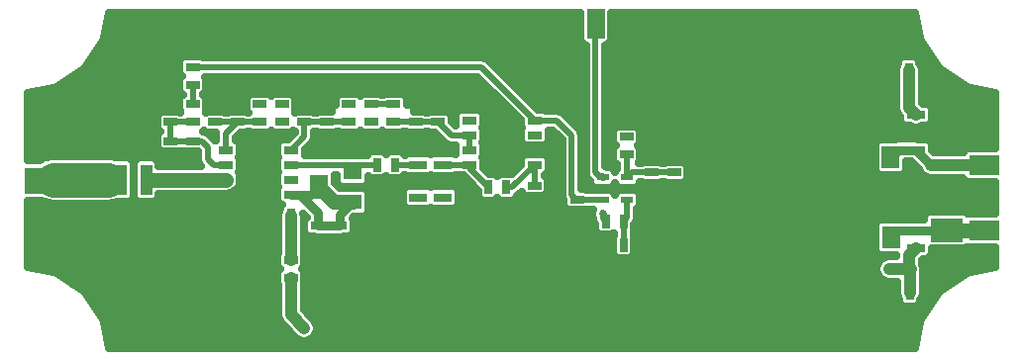
<source format=gtl>
G04 (created by PCBNEW (2013-09-28 BZR 4356)-product) date 10/22/2013 9:10:19 PM*
%MOIN*%
G04 Gerber Fmt 3.4, Leading zero omitted, Abs format*
%FSLAX34Y34*%
G01*
G70*
G90*
G04 APERTURE LIST*
%ADD10C,0.005906*%
%ADD11R,0.200000X0.095000*%
%ADD12R,0.200000X0.090000*%
%ADD13R,0.045000X0.025000*%
%ADD14R,0.025000X0.045000*%
%ADD15R,0.100000X0.070000*%
%ADD16R,0.060000X0.100000*%
%ADD17R,0.063000X0.027600*%
%ADD18R,0.082700X0.027600*%
%ADD19R,0.108300X0.078700*%
%ADD20R,0.059100X0.076800*%
%ADD21R,0.050000X0.025000*%
%ADD22R,0.062992X0.051181*%
%ADD23R,0.062992X0.078740*%
%ADD24R,0.039528X0.104331*%
%ADD25R,0.039400X0.023600*%
%ADD26R,0.059055X0.031496*%
%ADD27R,0.070000X0.100000*%
%ADD28C,0.100000*%
%ADD29C,0.027000*%
%ADD30C,0.040000*%
%ADD31C,0.020000*%
%ADD32C,0.030000*%
%ADD33C,0.050000*%
%ADD34C,0.010000*%
%ADD35C,0.117125*%
%ADD36C,0.025000*%
G04 APERTURE END LIST*
G54D10*
G54D11*
X62125Y-56150D03*
X62125Y-52700D03*
G54D12*
X62125Y-54425D03*
G54D13*
X67550Y-51850D03*
X67550Y-52450D03*
X69050Y-52450D03*
X69050Y-51850D03*
G54D14*
X73000Y-53900D03*
X73600Y-53900D03*
X77350Y-54650D03*
X76750Y-54650D03*
G54D13*
X73550Y-52450D03*
X73550Y-51850D03*
X66800Y-51200D03*
X66800Y-50600D03*
X66800Y-51850D03*
X66800Y-52450D03*
X66050Y-51850D03*
X66050Y-52450D03*
X71000Y-55950D03*
X71000Y-56550D03*
G54D14*
X91555Y-57410D03*
X90955Y-57410D03*
G54D13*
X66050Y-53100D03*
X66050Y-53700D03*
G54D14*
X90900Y-50700D03*
X90300Y-50700D03*
X90930Y-58210D03*
X90330Y-58210D03*
X70100Y-55600D03*
X69500Y-55600D03*
G54D13*
X71300Y-52450D03*
X71300Y-51850D03*
X74300Y-51850D03*
X74300Y-52450D03*
X68300Y-52450D03*
X68300Y-51850D03*
G54D14*
X70100Y-56400D03*
X69500Y-56400D03*
G54D13*
X71750Y-55950D03*
X71750Y-56550D03*
X66800Y-53100D03*
X66800Y-53700D03*
X70550Y-52450D03*
X70550Y-51850D03*
X66050Y-54400D03*
X66050Y-55000D03*
X78300Y-54600D03*
X78300Y-55200D03*
X75050Y-51850D03*
X75050Y-52450D03*
G54D14*
X90300Y-51500D03*
X90900Y-51500D03*
G54D15*
X93435Y-52805D03*
G54D16*
X80360Y-49130D03*
G54D15*
X93435Y-56105D03*
X93435Y-55005D03*
X93435Y-53905D03*
G54D17*
X91130Y-55509D03*
G54D18*
X91228Y-56100D03*
G54D17*
X91130Y-56691D03*
G54D19*
X92173Y-56100D03*
G54D17*
X91130Y-52209D03*
G54D18*
X91228Y-52800D03*
G54D17*
X91130Y-53391D03*
G54D19*
X92173Y-52800D03*
G54D20*
X90278Y-53641D03*
X90278Y-52559D03*
X90300Y-55259D03*
X90300Y-56341D03*
G54D21*
X78300Y-53900D03*
X78300Y-53400D03*
X78300Y-52900D03*
X78300Y-52400D03*
X76100Y-52400D03*
X76100Y-52900D03*
X76100Y-53400D03*
X76100Y-53900D03*
G54D22*
X72170Y-55150D03*
X72170Y-54150D03*
G54D23*
X71029Y-54650D03*
G54D21*
X67900Y-53400D03*
X67900Y-53900D03*
X67900Y-54400D03*
X67900Y-54900D03*
X70100Y-54900D03*
X70100Y-54400D03*
X70100Y-53900D03*
X70100Y-53400D03*
G54D24*
X64375Y-54400D03*
X65224Y-54400D03*
G54D25*
X80589Y-54315D03*
X80589Y-55065D03*
X80589Y-54690D03*
X81421Y-55065D03*
X81421Y-54315D03*
G54D14*
X80700Y-55800D03*
X81300Y-55800D03*
X81300Y-56600D03*
X80700Y-56600D03*
G54D13*
X82250Y-54150D03*
X82250Y-53550D03*
X79730Y-55070D03*
X79730Y-55670D03*
X83000Y-54150D03*
X83000Y-53550D03*
X72050Y-51850D03*
X72050Y-52450D03*
X69800Y-51850D03*
X69800Y-52450D03*
X70100Y-57700D03*
X70100Y-57100D03*
X72800Y-52450D03*
X72800Y-51850D03*
X81400Y-52950D03*
X81400Y-53550D03*
G54D26*
X74375Y-53896D03*
X74375Y-54448D03*
X74375Y-54999D03*
X75202Y-53896D03*
X75202Y-54448D03*
X75202Y-54999D03*
G54D27*
X81585Y-49130D03*
G54D28*
X66393Y-49779D03*
X88677Y-59031D03*
G54D29*
X72050Y-51850D03*
X72800Y-52450D03*
X69800Y-51850D03*
X81400Y-52950D03*
X90900Y-50700D03*
X70550Y-59400D03*
X90230Y-57410D03*
X70100Y-55600D03*
X70100Y-54400D03*
X84980Y-55810D03*
X83980Y-55810D03*
X82980Y-55810D03*
X82980Y-54810D03*
X83980Y-54810D03*
X84980Y-54810D03*
X85980Y-54810D03*
X86980Y-54810D03*
X87980Y-54810D03*
X88980Y-54810D03*
X88980Y-53810D03*
X87980Y-53810D03*
X86980Y-53810D03*
X85980Y-53810D03*
X84980Y-53810D03*
X83980Y-53810D03*
X84980Y-52810D03*
X85980Y-52810D03*
X86980Y-52810D03*
X87980Y-52810D03*
X88980Y-52810D03*
X88980Y-51810D03*
X87980Y-51810D03*
X86980Y-51810D03*
X85980Y-51810D03*
X84980Y-51810D03*
X83980Y-52810D03*
X82980Y-52810D03*
X83980Y-51810D03*
X84980Y-50810D03*
X85980Y-50810D03*
X86980Y-50810D03*
X87980Y-50810D03*
X88980Y-50810D03*
X85980Y-55810D03*
X86980Y-55810D03*
X87980Y-55810D03*
X88980Y-55810D03*
X84980Y-56810D03*
X83980Y-56810D03*
X82980Y-56810D03*
X81980Y-57810D03*
X82980Y-57810D03*
X83980Y-57810D03*
X72980Y-56810D03*
X73980Y-55810D03*
X74980Y-55810D03*
X75980Y-55810D03*
X76980Y-55810D03*
X76980Y-56810D03*
X75980Y-56810D03*
X74980Y-56810D03*
X73980Y-56810D03*
X80980Y-57810D03*
X79980Y-56810D03*
X79980Y-57810D03*
X78980Y-57810D03*
X78980Y-56810D03*
X77980Y-56810D03*
X77980Y-57810D03*
X76980Y-58810D03*
X76980Y-57810D03*
X75980Y-57810D03*
X74980Y-57810D03*
X73980Y-57810D03*
X72980Y-57810D03*
X71980Y-57810D03*
X70605Y-58310D03*
X70980Y-58810D03*
X71980Y-58810D03*
X72980Y-58810D03*
X73980Y-58810D03*
X74980Y-58810D03*
X75980Y-58810D03*
X77980Y-58810D03*
X78980Y-58810D03*
X79980Y-58810D03*
X80980Y-58810D03*
X81980Y-58810D03*
X82980Y-58810D03*
X83980Y-58810D03*
X84980Y-58810D03*
X70605Y-57810D03*
X70605Y-57310D03*
X70605Y-56810D03*
X88980Y-56810D03*
X87980Y-56810D03*
X86980Y-56810D03*
X85980Y-57060D03*
X85480Y-57560D03*
X84980Y-58060D03*
X71200Y-49650D03*
X70200Y-49650D03*
X69200Y-49650D03*
X68200Y-49650D03*
X67200Y-49650D03*
X86230Y-59485D03*
X86230Y-58735D03*
X86730Y-58235D03*
X87230Y-57985D03*
X87980Y-57985D03*
X88980Y-57985D03*
X89980Y-57985D03*
X88980Y-58735D03*
X87980Y-58735D03*
X86980Y-58735D03*
X86980Y-59485D03*
X87980Y-59485D03*
X88980Y-59485D03*
X89980Y-59485D03*
X89980Y-58735D03*
X64325Y-59300D03*
X65325Y-59300D03*
X66325Y-59300D03*
X67325Y-59300D03*
X68325Y-59300D03*
X68325Y-58300D03*
X67325Y-58300D03*
X66325Y-58300D03*
X65325Y-58300D03*
X64325Y-58300D03*
X64325Y-57300D03*
X65325Y-57300D03*
X66325Y-57300D03*
X67325Y-57300D03*
X68325Y-57300D03*
X68325Y-56300D03*
X67325Y-56300D03*
X66325Y-56300D03*
X65325Y-56300D03*
X64325Y-56300D03*
X63325Y-57300D03*
X62325Y-57300D03*
X91505Y-57860D03*
X91825Y-56850D03*
X92835Y-56830D03*
X93560Y-56780D03*
X93535Y-57280D03*
X92510Y-57680D03*
X91760Y-58205D03*
X91235Y-59080D03*
X63325Y-55850D03*
X63325Y-56350D03*
X63325Y-56850D03*
X62825Y-56850D03*
X62325Y-56850D03*
X61825Y-56850D03*
X61325Y-56850D03*
X61325Y-57300D03*
X61960Y-57405D03*
X62535Y-57655D03*
X62975Y-57975D03*
X63475Y-58475D03*
X63760Y-58930D03*
X63985Y-59455D03*
X64035Y-59930D03*
X64975Y-59975D03*
X65975Y-59975D03*
X66975Y-59975D03*
X67975Y-59975D03*
X68975Y-59975D03*
X69975Y-59975D03*
X70975Y-59975D03*
X71975Y-59975D03*
X72975Y-59975D03*
X73975Y-59975D03*
X74975Y-59975D03*
X75975Y-59975D03*
X76975Y-59975D03*
X77975Y-59975D03*
X78975Y-59975D03*
X79975Y-59975D03*
X80975Y-59975D03*
X81975Y-59975D03*
X82975Y-59975D03*
X83975Y-59975D03*
X84975Y-59975D03*
X85975Y-59975D03*
X86975Y-59975D03*
X87975Y-59975D03*
X88975Y-59975D03*
X89975Y-59975D03*
X61310Y-53655D03*
X61810Y-53555D03*
X62300Y-53525D03*
X62800Y-53525D03*
X63300Y-53525D03*
X63800Y-53525D03*
X64300Y-53600D03*
X64800Y-53725D03*
X65300Y-53600D03*
X65800Y-53850D03*
X66300Y-53850D03*
X66800Y-53850D03*
X69485Y-59305D03*
X69485Y-58805D03*
X69485Y-58305D03*
X69485Y-57805D03*
X69485Y-57305D03*
X69485Y-56805D03*
X69075Y-55605D03*
X70545Y-55625D03*
X70575Y-56350D03*
X65200Y-49900D03*
X65200Y-50900D03*
X65200Y-51900D03*
X65200Y-52900D03*
X64200Y-52900D03*
X64200Y-51900D03*
X64200Y-50900D03*
X64200Y-49900D03*
X79200Y-49400D03*
X78460Y-49355D03*
X78985Y-49880D03*
X79460Y-50355D03*
X81350Y-50400D03*
X81835Y-50380D03*
X82285Y-50380D03*
X82810Y-49855D03*
X83310Y-49355D03*
X81560Y-49880D03*
X81560Y-48880D03*
X82335Y-49405D03*
X93585Y-54580D03*
X92525Y-54450D03*
X91585Y-54430D03*
X90935Y-53930D03*
X90325Y-54600D03*
X89575Y-56600D03*
X89575Y-56100D03*
X89575Y-55600D03*
X89575Y-55100D03*
X92825Y-55000D03*
X91575Y-55100D03*
X90910Y-55255D03*
X91825Y-53350D03*
X91825Y-52100D03*
X91400Y-50900D03*
X91725Y-51650D03*
X92725Y-52150D03*
X93725Y-52150D03*
X93725Y-51550D03*
X93225Y-51400D03*
X92725Y-51250D03*
X92225Y-50900D03*
X91725Y-50400D03*
X91400Y-49900D03*
X90975Y-48900D03*
X89975Y-48900D03*
X88975Y-48900D03*
X87975Y-48900D03*
X86975Y-48900D03*
X85975Y-48900D03*
X84975Y-48900D03*
X83975Y-48900D03*
X82975Y-48900D03*
X82335Y-48905D03*
X80975Y-48900D03*
X80975Y-49400D03*
X80850Y-49900D03*
X80850Y-50400D03*
X79700Y-55900D03*
X80200Y-55450D03*
X80200Y-56150D03*
X80950Y-56250D03*
X80950Y-56900D03*
X81325Y-57125D03*
X81700Y-56900D03*
X81700Y-56400D03*
X81725Y-55900D03*
X81825Y-55400D03*
X81880Y-54885D03*
X81400Y-54690D03*
X80950Y-54700D03*
X80850Y-51650D03*
X80850Y-52150D03*
X80850Y-52650D03*
X80850Y-53150D03*
X80850Y-53650D03*
X81000Y-54050D03*
X82275Y-53775D03*
X81900Y-53775D03*
X81900Y-52750D03*
X81900Y-51750D03*
X90360Y-52930D03*
X90400Y-51975D03*
X90400Y-51125D03*
X90400Y-50500D03*
X89900Y-50000D03*
X89150Y-50000D03*
X88400Y-50000D03*
X87650Y-50000D03*
X86650Y-50000D03*
X85650Y-50000D03*
X84650Y-50000D03*
X83900Y-50750D03*
X82900Y-51750D03*
X79200Y-55900D03*
X79200Y-55400D03*
X79200Y-54900D03*
X79200Y-54400D03*
X79200Y-53900D03*
X79200Y-53400D03*
X78850Y-52775D03*
X78800Y-53150D03*
X78800Y-53650D03*
X78800Y-54150D03*
X78800Y-54650D03*
X78800Y-55150D03*
X78800Y-55650D03*
X78300Y-55650D03*
X77800Y-55650D03*
X77800Y-54900D03*
X77300Y-55150D03*
X76800Y-55150D03*
X76300Y-54900D03*
X75800Y-54400D03*
X74800Y-54400D03*
X74050Y-54400D03*
X73550Y-54400D03*
X73050Y-54400D03*
X71600Y-54275D03*
X71775Y-54650D03*
X72475Y-54650D03*
X72800Y-55075D03*
X72800Y-55575D03*
X72300Y-55825D03*
X72300Y-56325D03*
X71980Y-56810D03*
X67425Y-52875D03*
X61335Y-55205D03*
X61810Y-55255D03*
X62300Y-55275D03*
X62800Y-55275D03*
X63300Y-55275D03*
X63800Y-55275D03*
X64300Y-55200D03*
X64800Y-55075D03*
X65300Y-55200D03*
X65800Y-54950D03*
X66300Y-54950D03*
X66800Y-54950D03*
X67300Y-54950D03*
X67800Y-54950D03*
X68300Y-54800D03*
X68950Y-53150D03*
X69050Y-53575D03*
X69050Y-54075D03*
X69050Y-54575D03*
X69550Y-54825D03*
X69550Y-54325D03*
X69550Y-53825D03*
X69550Y-53325D03*
X70175Y-52800D03*
X69675Y-52900D03*
X69210Y-52880D03*
X68735Y-52880D03*
X68410Y-53155D03*
X68435Y-53580D03*
X68435Y-54155D03*
X74300Y-52825D03*
X74700Y-52850D03*
X75050Y-53025D03*
X75550Y-53450D03*
X75050Y-53450D03*
X74550Y-53450D03*
X74075Y-53450D03*
X73550Y-53425D03*
X73050Y-53425D03*
X72550Y-53525D03*
X72050Y-53525D03*
X71550Y-53525D03*
X71050Y-53525D03*
X70700Y-53325D03*
X70900Y-52900D03*
X71300Y-52825D03*
X71800Y-52825D03*
X72300Y-52850D03*
X72800Y-52900D03*
X73300Y-52825D03*
X73800Y-52825D03*
X74700Y-51475D03*
X75200Y-51475D03*
X75700Y-51475D03*
X76200Y-51475D03*
X76700Y-51475D03*
X76200Y-50975D03*
X75700Y-50975D03*
X75200Y-50975D03*
X74700Y-50975D03*
X74200Y-50975D03*
X73700Y-50975D03*
X73200Y-50975D03*
X72550Y-50975D03*
X72950Y-51475D03*
X73450Y-51475D03*
X73950Y-51475D03*
X77200Y-53725D03*
X77200Y-53225D03*
X77200Y-52725D03*
X77275Y-51975D03*
X77775Y-52475D03*
X77775Y-52975D03*
X77775Y-53475D03*
X77625Y-53975D03*
X77050Y-54225D03*
X76625Y-53975D03*
X76625Y-53475D03*
X76625Y-52975D03*
X76625Y-52475D03*
X76625Y-51975D03*
X76050Y-51975D03*
X75575Y-52325D03*
X75050Y-52075D03*
X74300Y-52075D03*
X68550Y-52075D03*
X68050Y-52075D03*
X67550Y-52075D03*
X67550Y-51400D03*
X68050Y-51400D03*
X68550Y-51400D03*
X69050Y-51400D03*
X69550Y-51400D03*
X70050Y-51400D03*
X70550Y-51400D03*
X71050Y-51400D03*
X71550Y-51400D03*
X71300Y-50950D03*
X70800Y-50950D03*
X70300Y-50950D03*
X69800Y-50950D03*
X69300Y-50950D03*
X68800Y-50950D03*
X68300Y-50950D03*
X67800Y-50950D03*
X67300Y-50975D03*
X67250Y-51400D03*
X79950Y-51650D03*
X72950Y-49900D03*
X73450Y-49900D03*
X73950Y-49900D03*
X74450Y-49900D03*
X74950Y-49900D03*
X75450Y-49900D03*
X75950Y-49900D03*
X76450Y-49900D03*
X77200Y-49900D03*
X77700Y-50150D03*
X78200Y-50650D03*
X78700Y-51150D03*
X79450Y-51400D03*
X79950Y-52150D03*
X63450Y-52900D03*
X63450Y-52400D03*
X63450Y-51900D03*
X62950Y-51900D03*
X62450Y-51900D03*
X61950Y-51900D03*
X61450Y-51650D03*
X62200Y-51400D03*
X63200Y-50900D03*
X63700Y-49900D03*
X64200Y-48900D03*
X64700Y-48900D03*
X65700Y-48900D03*
X66700Y-48900D03*
X67700Y-48900D03*
X68700Y-48900D03*
X69700Y-48900D03*
X70700Y-48900D03*
X71700Y-48900D03*
X72700Y-48900D03*
X73700Y-48900D03*
X74700Y-48900D03*
X75700Y-48900D03*
X76700Y-48900D03*
X77700Y-48900D03*
X78700Y-48900D03*
X79700Y-48900D03*
X79700Y-49400D03*
X79950Y-49900D03*
X79950Y-50400D03*
X72725Y-50225D03*
X73225Y-50225D03*
X73725Y-50225D03*
X74225Y-50225D03*
X74725Y-50225D03*
X75225Y-50225D03*
X75725Y-50225D03*
X76225Y-50225D03*
X76725Y-50225D03*
X77225Y-50650D03*
X77725Y-51150D03*
X78225Y-51650D03*
X78725Y-51900D03*
X79475Y-52150D03*
X79950Y-52650D03*
X79950Y-53150D03*
X79950Y-53650D03*
X79950Y-54150D03*
X79950Y-54650D03*
X71300Y-50225D03*
X70800Y-50225D03*
X70300Y-50225D03*
X69800Y-50225D03*
X69300Y-50225D03*
X68800Y-50225D03*
X68300Y-50225D03*
X67800Y-50225D03*
X67300Y-50225D03*
X66800Y-50225D03*
X66300Y-50475D03*
X66300Y-50975D03*
X66300Y-51475D03*
X80600Y-54300D03*
X80600Y-55550D03*
X69050Y-51850D03*
X69800Y-52450D03*
G54D30*
X90900Y-51500D02*
X90900Y-50700D01*
X91130Y-52209D02*
X90900Y-51979D01*
X90900Y-51979D02*
X90900Y-51500D01*
X70100Y-58950D02*
X70550Y-59400D01*
X70100Y-57700D02*
X70100Y-58950D01*
X90230Y-57410D02*
X90955Y-57410D01*
X90930Y-58210D02*
X90930Y-57435D01*
X91130Y-56691D02*
X90900Y-56921D01*
X90900Y-56921D02*
X90900Y-57400D01*
G54D31*
X82250Y-54150D02*
X83000Y-54150D01*
X81421Y-54315D02*
X81586Y-54150D01*
X81586Y-54150D02*
X82250Y-54150D01*
X81400Y-53550D02*
X81400Y-54294D01*
X81400Y-54294D02*
X81421Y-54315D01*
X68300Y-52450D02*
X67900Y-52850D01*
X67900Y-52850D02*
X67900Y-53400D01*
X69050Y-52450D02*
X68300Y-52450D01*
X67550Y-52450D02*
X68300Y-52450D01*
G54D32*
X91130Y-53391D02*
X91639Y-53900D01*
G54D30*
X91639Y-53900D02*
X93478Y-53900D01*
G54D32*
X90278Y-53641D02*
X90528Y-53391D01*
X90528Y-53391D02*
X91130Y-53391D01*
X91228Y-56100D02*
X92173Y-56100D01*
G54D33*
X92173Y-56100D02*
X93478Y-56100D01*
G54D32*
X90278Y-56341D02*
X90519Y-56100D01*
X90519Y-56100D02*
X91228Y-56100D01*
G54D30*
X70100Y-57100D02*
X70100Y-56400D01*
X70100Y-56400D02*
X70100Y-55600D01*
G54D31*
X71300Y-52450D02*
X72050Y-52450D01*
X70550Y-52450D02*
X71300Y-52450D01*
X70550Y-52450D02*
X70550Y-52950D01*
X70550Y-52950D02*
X70100Y-53400D01*
X76100Y-53400D02*
X76100Y-52900D01*
X76100Y-52900D02*
X75500Y-52900D01*
X75500Y-52900D02*
X75050Y-52450D01*
X74300Y-52450D02*
X75050Y-52450D01*
X73550Y-52450D02*
X74300Y-52450D01*
G54D34*
X90300Y-50700D02*
X90190Y-50810D01*
X84980Y-55810D02*
X85980Y-55810D01*
X82980Y-55810D02*
X83980Y-55810D01*
X83980Y-54810D02*
X82980Y-54810D01*
X85980Y-54810D02*
X84980Y-54810D01*
X87980Y-54810D02*
X86980Y-54810D01*
X88980Y-53810D02*
X88980Y-54810D01*
X86980Y-53810D02*
X87980Y-53810D01*
X84980Y-53810D02*
X85980Y-53810D01*
X84980Y-52810D02*
X83980Y-53810D01*
X86980Y-52810D02*
X85980Y-52810D01*
X88980Y-52810D02*
X87980Y-52810D01*
X87980Y-51810D02*
X88980Y-51810D01*
X85980Y-51810D02*
X86980Y-51810D01*
X83980Y-52810D02*
X84980Y-51810D01*
X83980Y-51810D02*
X82980Y-52810D01*
X85980Y-50810D02*
X84980Y-50810D01*
X87980Y-50810D02*
X86980Y-50810D01*
X90190Y-50810D02*
X88980Y-50810D01*
X86980Y-55810D02*
X87980Y-55810D01*
X88980Y-55810D02*
X85980Y-55810D01*
X85980Y-55810D02*
X84980Y-56810D01*
X83980Y-56810D02*
X82980Y-56810D01*
X81980Y-57810D02*
X82980Y-57810D01*
X71980Y-56810D02*
X72980Y-56810D01*
X73980Y-55810D02*
X74980Y-55810D01*
X75980Y-55810D02*
X76980Y-55810D01*
X76980Y-56810D02*
X75980Y-56810D01*
X74980Y-56810D02*
X73980Y-56810D01*
X79980Y-56810D02*
X80980Y-57810D01*
X78980Y-57810D02*
X79980Y-57810D01*
X77980Y-56810D02*
X78980Y-56810D01*
X76980Y-58810D02*
X77980Y-57810D01*
X75980Y-57810D02*
X76980Y-57810D01*
X73980Y-57810D02*
X74980Y-57810D01*
X71980Y-57810D02*
X72980Y-57810D01*
X70605Y-58310D02*
X70605Y-58435D01*
X70605Y-58435D02*
X70980Y-58810D01*
X71980Y-58810D02*
X72980Y-58810D01*
X73980Y-58810D02*
X74980Y-58810D01*
X75980Y-58810D02*
X77980Y-58810D01*
X78980Y-58810D02*
X79980Y-58810D01*
X80980Y-58810D02*
X81980Y-58810D01*
X82980Y-58810D02*
X83980Y-58810D01*
X71000Y-56550D02*
X70740Y-56810D01*
X70605Y-57310D02*
X70605Y-57810D01*
X70740Y-56810D02*
X70605Y-56810D01*
X87980Y-56810D02*
X88980Y-56810D01*
X86230Y-56810D02*
X86980Y-56810D01*
X85980Y-57060D02*
X86230Y-56810D01*
X84980Y-58060D02*
X85480Y-57560D01*
G54D31*
X69200Y-49650D02*
X70200Y-49650D01*
X67200Y-49650D02*
X68200Y-49650D01*
G54D34*
X86230Y-59725D02*
X86230Y-59485D01*
X86230Y-58735D02*
X86730Y-58235D01*
X87230Y-57985D02*
X87980Y-57985D01*
X88980Y-57985D02*
X89980Y-57985D01*
X85980Y-59975D02*
X86230Y-59725D01*
X87980Y-58735D02*
X88980Y-58735D01*
X86980Y-59485D02*
X86980Y-58735D01*
X88980Y-59485D02*
X87980Y-59485D01*
X89980Y-58735D02*
X89980Y-59485D01*
G54D31*
X61325Y-57300D02*
X62325Y-57300D01*
X66325Y-59300D02*
X65325Y-59300D01*
X68325Y-59300D02*
X67325Y-59300D01*
X67325Y-58300D02*
X68325Y-58300D01*
X65325Y-58300D02*
X66325Y-58300D01*
X64325Y-57300D02*
X64325Y-58300D01*
X66325Y-57300D02*
X65325Y-57300D01*
X68325Y-57300D02*
X67325Y-57300D01*
X67325Y-56300D02*
X68325Y-56300D01*
X65325Y-56300D02*
X66325Y-56300D01*
X63325Y-57300D02*
X64325Y-56300D01*
X91825Y-57275D02*
X91505Y-57860D01*
X91825Y-56850D02*
X91825Y-57275D01*
X93535Y-56805D02*
X92835Y-56830D01*
X93560Y-56780D02*
X93535Y-56805D01*
X92900Y-57350D02*
X93535Y-57280D01*
X92510Y-57680D02*
X92900Y-57350D01*
X91325Y-58775D02*
X91760Y-58205D01*
X91235Y-59080D02*
X91325Y-58775D01*
X63325Y-56850D02*
X63325Y-56350D01*
X62325Y-56850D02*
X62825Y-56850D01*
X61325Y-56850D02*
X61825Y-56850D01*
X61800Y-57300D02*
X61325Y-57300D01*
X61960Y-57405D02*
X61800Y-57300D01*
X62775Y-57975D02*
X62535Y-57655D01*
X62975Y-57975D02*
X62775Y-57975D01*
X63725Y-58725D02*
X63475Y-58475D01*
X63760Y-58930D02*
X63725Y-58725D01*
X64025Y-59575D02*
X63985Y-59455D01*
X64035Y-59930D02*
X64025Y-59575D01*
X65975Y-59975D02*
X64975Y-59975D01*
X67975Y-59975D02*
X66975Y-59975D01*
X69975Y-59975D02*
X68975Y-59975D01*
X71975Y-59975D02*
X70975Y-59975D01*
X73975Y-59975D02*
X72975Y-59975D01*
X75975Y-59975D02*
X74975Y-59975D01*
X77975Y-59975D02*
X76975Y-59975D01*
X79975Y-59975D02*
X78975Y-59975D01*
X81975Y-59975D02*
X80975Y-59975D01*
X83975Y-59975D02*
X82975Y-59975D01*
X85975Y-59975D02*
X85980Y-59975D01*
X85980Y-59975D02*
X84975Y-59975D01*
X87975Y-59975D02*
X86975Y-59975D01*
X89975Y-59975D02*
X88975Y-59975D01*
X62100Y-52675D02*
X62100Y-52925D01*
X62100Y-52925D02*
X61310Y-53655D01*
X61810Y-53555D02*
X62300Y-53525D01*
X62800Y-53525D02*
X63300Y-53525D01*
X63800Y-53525D02*
X64300Y-53600D01*
X64800Y-53725D02*
X65300Y-53600D01*
X65800Y-53850D02*
X66300Y-53850D01*
X69500Y-56400D02*
X69500Y-56790D01*
X69485Y-58305D02*
X69485Y-58805D01*
X69485Y-57305D02*
X69485Y-57805D01*
X69500Y-56790D02*
X69485Y-56805D01*
X69500Y-55600D02*
X69080Y-55600D01*
X69080Y-55600D02*
X69075Y-55605D01*
X71000Y-56550D02*
X70775Y-56550D01*
X70775Y-56550D02*
X70575Y-56350D01*
X64200Y-48900D02*
X64200Y-49900D01*
X65450Y-49650D02*
X66230Y-49160D01*
X65200Y-49900D02*
X65450Y-49650D01*
X65200Y-51900D02*
X65200Y-50900D01*
X64200Y-52900D02*
X65200Y-52900D01*
X64200Y-50900D02*
X64200Y-51900D01*
X79950Y-50400D02*
X79460Y-50355D01*
X78985Y-49880D02*
X78460Y-49355D01*
X81835Y-50380D02*
X82285Y-50380D01*
X82810Y-49855D02*
X83310Y-49355D01*
X80850Y-50400D02*
X81350Y-50400D01*
X82335Y-49405D02*
X81560Y-48880D01*
X90300Y-55259D02*
X90325Y-55234D01*
X92600Y-54525D02*
X93585Y-54580D01*
X92525Y-54450D02*
X92600Y-54525D01*
X91325Y-54350D02*
X91585Y-54430D01*
X90935Y-53930D02*
X91325Y-54350D01*
X90325Y-55234D02*
X90325Y-54600D01*
X90300Y-55259D02*
X90141Y-55100D01*
X89575Y-55600D02*
X89575Y-56100D01*
X90141Y-55100D02*
X89575Y-55100D01*
X91639Y-55000D02*
X91575Y-55064D01*
X91575Y-55064D02*
X91575Y-55100D01*
X91130Y-55509D02*
X91075Y-55454D01*
X91075Y-55454D02*
X90910Y-55255D01*
X92173Y-52800D02*
X91825Y-53148D01*
X91825Y-53148D02*
X91825Y-53350D01*
X91228Y-52800D02*
X92173Y-52800D01*
X92173Y-52800D02*
X91825Y-52452D01*
X91825Y-52452D02*
X91825Y-52100D01*
X91400Y-51325D02*
X91400Y-50900D01*
X91725Y-51650D02*
X91400Y-51325D01*
X93725Y-52150D02*
X92725Y-52150D01*
X93375Y-51550D02*
X93725Y-51550D01*
X93225Y-51400D02*
X93375Y-51550D01*
X92575Y-51250D02*
X92725Y-51250D01*
X92225Y-50900D02*
X92575Y-51250D01*
X91400Y-50075D02*
X91725Y-50400D01*
X91400Y-49900D02*
X91400Y-50075D01*
X89975Y-48900D02*
X90975Y-48900D01*
X87975Y-48900D02*
X88975Y-48900D01*
X85975Y-48900D02*
X86975Y-48900D01*
X83975Y-48900D02*
X84975Y-48900D01*
X82335Y-48905D02*
X82975Y-48900D01*
X80975Y-49400D02*
X80975Y-48900D01*
X80850Y-50400D02*
X80850Y-49900D01*
X79700Y-55700D02*
X79700Y-55900D01*
X80200Y-55450D02*
X80200Y-56150D01*
X80950Y-56250D02*
X80950Y-56900D01*
X81325Y-57125D02*
X81700Y-56900D01*
X81700Y-56400D02*
X81725Y-55900D01*
X81825Y-55400D02*
X81900Y-55325D01*
X81900Y-55325D02*
X81880Y-54885D01*
X81400Y-54690D02*
X80950Y-54700D01*
X79730Y-55670D02*
X79700Y-55700D01*
X80850Y-52150D02*
X80850Y-51650D01*
X80850Y-53150D02*
X80850Y-52650D01*
X81000Y-53800D02*
X80850Y-53650D01*
X81000Y-54050D02*
X81000Y-53800D01*
X81900Y-51750D02*
X82900Y-51750D01*
X82275Y-53575D02*
X82275Y-53775D01*
X81900Y-53775D02*
X81900Y-52750D01*
X82250Y-53550D02*
X82275Y-53575D01*
X90400Y-51975D02*
X90360Y-52930D01*
X90400Y-50500D02*
X90400Y-51125D01*
X89150Y-50000D02*
X89900Y-50000D01*
X87650Y-50000D02*
X88400Y-50000D01*
X85650Y-50000D02*
X86650Y-50000D01*
X83900Y-50750D02*
X84650Y-50000D01*
X79200Y-55400D02*
X79200Y-55900D01*
X79200Y-54400D02*
X79200Y-54900D01*
X79200Y-53400D02*
X79200Y-53900D01*
X78800Y-52925D02*
X78850Y-52775D01*
X78800Y-53150D02*
X78800Y-52925D01*
X78800Y-54150D02*
X78800Y-53650D01*
X78800Y-55150D02*
X78800Y-54650D01*
X78300Y-55650D02*
X78800Y-55650D01*
X77800Y-54900D02*
X77800Y-55650D01*
X76800Y-55150D02*
X77300Y-55150D01*
X75800Y-54400D02*
X76300Y-54900D01*
X74050Y-54400D02*
X74800Y-54400D01*
X73050Y-54400D02*
X73550Y-54400D01*
X71750Y-56550D02*
X71945Y-56930D01*
X72475Y-54650D02*
X71775Y-54650D01*
X72800Y-55575D02*
X72800Y-55075D01*
X72300Y-56325D02*
X72300Y-55825D01*
X71945Y-56930D02*
X71980Y-56810D01*
X62100Y-56025D02*
X61335Y-55205D01*
X61810Y-55255D02*
X62300Y-55275D01*
X62800Y-55275D02*
X63300Y-55275D01*
X63800Y-55275D02*
X64300Y-55200D01*
X64800Y-55075D02*
X65300Y-55200D01*
X65800Y-54950D02*
X66300Y-54950D01*
X66800Y-54950D02*
X67300Y-54950D01*
X67800Y-54950D02*
X68300Y-54800D01*
X62100Y-56125D02*
X62100Y-56025D01*
X69050Y-54075D02*
X69050Y-53575D01*
X69300Y-54825D02*
X69050Y-54575D01*
X69550Y-54825D02*
X69300Y-54825D01*
X69550Y-53825D02*
X69550Y-54325D01*
X69600Y-53275D02*
X69550Y-53325D01*
X69600Y-53175D02*
X69600Y-53275D01*
X69975Y-52800D02*
X69600Y-53175D01*
X70175Y-52800D02*
X69975Y-52800D01*
X69285Y-52955D02*
X69675Y-52900D01*
X69210Y-52880D02*
X69285Y-52955D01*
X68410Y-53030D02*
X68735Y-52880D01*
X68410Y-53155D02*
X68410Y-53030D01*
X68435Y-54155D02*
X68435Y-53580D01*
X74300Y-52825D02*
X73800Y-52825D01*
X75125Y-53025D02*
X75050Y-53025D01*
X75550Y-53450D02*
X75125Y-53025D01*
X74550Y-53450D02*
X75050Y-53450D01*
X73575Y-53450D02*
X74075Y-53450D01*
X73550Y-53425D02*
X73575Y-53450D01*
X72650Y-53425D02*
X73050Y-53425D01*
X72550Y-53525D02*
X72650Y-53425D01*
X71550Y-53525D02*
X72050Y-53525D01*
X70900Y-53525D02*
X71050Y-53525D01*
X70700Y-53325D02*
X70900Y-53525D01*
X71225Y-52900D02*
X70900Y-52900D01*
X71300Y-52825D02*
X71225Y-52900D01*
X72275Y-52825D02*
X71800Y-52825D01*
X72300Y-52850D02*
X72275Y-52825D01*
X73225Y-52900D02*
X72800Y-52900D01*
X73300Y-52825D02*
X73225Y-52900D01*
X74300Y-51850D02*
X74300Y-51825D01*
X75700Y-51475D02*
X75200Y-51475D01*
X76700Y-51475D02*
X76200Y-51475D01*
X75700Y-50975D02*
X76200Y-50975D01*
X74700Y-50975D02*
X75200Y-50975D01*
X73700Y-50975D02*
X74200Y-50975D01*
X72550Y-50975D02*
X73200Y-50975D01*
X73450Y-51475D02*
X72950Y-51475D01*
X74300Y-51825D02*
X73950Y-51475D01*
X74300Y-51850D02*
X74300Y-52075D01*
X77200Y-52725D02*
X77200Y-53225D01*
X77775Y-52475D02*
X77275Y-51975D01*
X77775Y-53475D02*
X77775Y-52975D01*
X77300Y-53975D02*
X77625Y-53975D01*
X77050Y-54225D02*
X77300Y-53975D01*
X76625Y-53475D02*
X76625Y-53975D01*
X76625Y-52475D02*
X76625Y-52975D01*
X76050Y-51975D02*
X76625Y-51975D01*
X75325Y-52075D02*
X75575Y-52325D01*
X75050Y-52075D02*
X75325Y-52075D01*
X67550Y-51850D02*
X67250Y-51550D01*
X67550Y-52075D02*
X68050Y-52075D01*
X68050Y-51400D02*
X67550Y-51400D01*
X69050Y-51400D02*
X68550Y-51400D01*
X70050Y-51400D02*
X69550Y-51400D01*
X71050Y-51400D02*
X70550Y-51400D01*
X71300Y-51150D02*
X71550Y-51400D01*
X71300Y-50950D02*
X71300Y-51150D01*
X70300Y-50950D02*
X70800Y-50950D01*
X69300Y-50950D02*
X69800Y-50950D01*
X68300Y-50950D02*
X68800Y-50950D01*
X67775Y-50975D02*
X67800Y-50950D01*
X67300Y-50975D02*
X67775Y-50975D01*
X67250Y-51550D02*
X67250Y-51400D01*
X73950Y-49900D02*
X73450Y-49900D01*
X74950Y-49900D02*
X74450Y-49900D01*
X75950Y-49900D02*
X75450Y-49900D01*
X77200Y-49900D02*
X76450Y-49900D01*
X78200Y-50650D02*
X77700Y-50150D01*
X78950Y-51400D02*
X78700Y-51150D01*
X79450Y-51400D02*
X78950Y-51400D01*
X79950Y-51650D02*
X79950Y-50400D01*
X79950Y-52150D02*
X79950Y-51650D01*
X63450Y-51900D02*
X63450Y-52400D01*
X62450Y-51900D02*
X62950Y-51900D01*
X61700Y-51900D02*
X61950Y-51900D01*
X61450Y-51650D02*
X61700Y-51900D01*
X62700Y-51400D02*
X62200Y-51400D01*
X63200Y-50900D02*
X62700Y-51400D01*
X64200Y-49400D02*
X63700Y-49900D01*
X64200Y-48900D02*
X64200Y-49400D01*
X65700Y-48900D02*
X64700Y-48900D01*
X67700Y-48900D02*
X66700Y-48900D01*
X69700Y-48900D02*
X68700Y-48900D01*
X71700Y-48900D02*
X70700Y-48900D01*
X73700Y-48900D02*
X72700Y-48900D01*
X75700Y-48900D02*
X74700Y-48900D01*
X77700Y-48900D02*
X76700Y-48900D01*
X79700Y-48900D02*
X78700Y-48900D01*
X79700Y-49650D02*
X79700Y-49400D01*
X79950Y-49900D02*
X79700Y-49650D01*
X73225Y-50225D02*
X72725Y-50225D01*
X74225Y-50225D02*
X73725Y-50225D01*
X75225Y-50225D02*
X74725Y-50225D01*
X76225Y-50225D02*
X75725Y-50225D01*
X77225Y-50725D02*
X76725Y-50225D01*
X80564Y-54690D02*
X79990Y-54690D01*
X78225Y-51650D02*
X77725Y-51150D01*
X79225Y-51900D02*
X78725Y-51900D01*
X79475Y-52150D02*
X79225Y-51900D01*
X79950Y-53150D02*
X79950Y-52650D01*
X79950Y-54150D02*
X79950Y-53650D01*
X79990Y-54690D02*
X79950Y-54650D01*
X66050Y-51850D02*
X66050Y-51725D01*
X70800Y-50225D02*
X71300Y-50225D01*
X69800Y-50225D02*
X70300Y-50225D01*
X68800Y-50225D02*
X69300Y-50225D01*
X67800Y-50225D02*
X68300Y-50225D01*
X66800Y-50225D02*
X67300Y-50225D01*
X66300Y-50975D02*
X66300Y-50475D01*
X66050Y-51725D02*
X66300Y-51475D01*
G54D32*
X90278Y-55259D02*
X90528Y-55509D01*
X90528Y-55509D02*
X91130Y-55509D01*
G54D30*
X93478Y-55000D02*
X92825Y-55000D01*
X92825Y-55000D02*
X91639Y-55000D01*
G54D32*
X91639Y-55000D02*
X91130Y-55509D01*
X90278Y-52559D02*
X90519Y-52800D01*
X90519Y-52800D02*
X91228Y-52800D01*
G54D33*
X93478Y-52800D02*
X92173Y-52800D01*
G54D31*
X74300Y-51850D02*
X75050Y-51850D01*
X66800Y-51850D02*
X66800Y-51200D01*
X72170Y-54150D02*
X72420Y-53900D01*
X72420Y-53900D02*
X73000Y-53900D01*
X70100Y-53900D02*
X73000Y-53900D01*
G54D32*
X71750Y-55950D02*
X71000Y-55950D01*
X70100Y-54900D02*
X70400Y-54900D01*
X70400Y-54900D02*
X71000Y-55500D01*
X71000Y-55500D02*
X71000Y-55950D01*
X71750Y-55950D02*
X71750Y-55570D01*
X71750Y-55570D02*
X72170Y-55150D01*
G54D33*
X71029Y-54650D02*
X71529Y-55150D01*
X71529Y-55150D02*
X72170Y-55150D01*
G54D32*
X70100Y-54900D02*
X70779Y-54900D01*
G54D31*
X70779Y-54900D02*
X71029Y-54650D01*
X70779Y-54900D02*
X71029Y-54650D01*
G54D35*
X62100Y-54400D02*
X63950Y-54400D01*
G54D33*
X63950Y-54400D02*
X64225Y-54400D01*
G54D31*
X80700Y-55800D02*
X80600Y-55700D01*
X80600Y-54304D02*
X80589Y-54315D01*
X80600Y-54300D02*
X80600Y-54304D01*
X80600Y-55700D02*
X80600Y-55550D01*
X80589Y-54315D02*
X80515Y-54315D01*
X80350Y-54150D02*
X80350Y-49250D01*
X80515Y-54315D02*
X80350Y-54150D01*
X81300Y-55800D02*
X81300Y-56600D01*
X81300Y-55800D02*
X81421Y-55679D01*
X81421Y-55679D02*
X81421Y-55065D01*
X78300Y-52400D02*
X79050Y-52400D01*
X79550Y-54890D02*
X79730Y-55070D01*
X79550Y-52900D02*
X79550Y-54890D01*
X79050Y-52400D02*
X79550Y-52900D01*
X80589Y-55065D02*
X79735Y-55065D01*
X79735Y-55065D02*
X79730Y-55070D01*
X66800Y-50600D02*
X76500Y-50600D01*
X76500Y-50600D02*
X78300Y-52400D01*
X78300Y-54600D02*
X78300Y-53900D01*
X77350Y-54650D02*
X77550Y-54650D01*
X77550Y-54650D02*
X78300Y-53900D01*
X72800Y-51850D02*
X73550Y-51850D01*
G54D33*
X65300Y-54400D02*
X66050Y-54400D01*
X66050Y-54400D02*
X67900Y-54400D01*
G54D31*
X76100Y-54000D02*
X76750Y-54650D01*
X75202Y-53896D02*
X76096Y-53896D01*
X66050Y-53100D02*
X66050Y-52450D01*
X66050Y-53100D02*
X66800Y-53100D01*
X67900Y-53900D02*
X67500Y-53900D01*
X67500Y-53900D02*
X67300Y-53700D01*
X67300Y-53700D02*
X67300Y-53300D01*
X67300Y-53300D02*
X67100Y-53100D01*
X67100Y-53100D02*
X66800Y-53100D01*
X66050Y-52450D02*
X66800Y-52450D01*
X73600Y-53900D02*
X74372Y-53900D01*
G54D10*
G36*
X67584Y-52800D02*
X67575Y-52850D01*
X67575Y-53062D01*
X67535Y-53078D01*
X67529Y-53070D01*
X67529Y-53070D01*
X67329Y-52870D01*
X67224Y-52799D01*
X67153Y-52785D01*
X67152Y-52784D01*
X67130Y-52774D01*
X67152Y-52765D01*
X67174Y-52743D01*
X67197Y-52765D01*
X67280Y-52800D01*
X67369Y-52800D01*
X67584Y-52800D01*
X67584Y-52800D01*
G37*
G54D36*
X67584Y-52800D02*
X67575Y-52850D01*
X67575Y-53062D01*
X67535Y-53078D01*
X67529Y-53070D01*
X67529Y-53070D01*
X67329Y-52870D01*
X67224Y-52799D01*
X67153Y-52785D01*
X67152Y-52784D01*
X67130Y-52774D01*
X67152Y-52765D01*
X67174Y-52743D01*
X67197Y-52765D01*
X67280Y-52800D01*
X67369Y-52800D01*
X67584Y-52800D01*
G54D10*
G36*
X75627Y-53225D02*
X75625Y-53230D01*
X75625Y-53319D01*
X75625Y-53548D01*
X75542Y-53514D01*
X75452Y-53514D01*
X74862Y-53514D01*
X74788Y-53544D01*
X74715Y-53514D01*
X74626Y-53514D01*
X74035Y-53514D01*
X73952Y-53548D01*
X73926Y-53574D01*
X73915Y-53547D01*
X73852Y-53484D01*
X73769Y-53450D01*
X73680Y-53450D01*
X73430Y-53450D01*
X73347Y-53484D01*
X73299Y-53531D01*
X73252Y-53484D01*
X73169Y-53450D01*
X73080Y-53450D01*
X72830Y-53450D01*
X72747Y-53484D01*
X72684Y-53547D01*
X72672Y-53575D01*
X72420Y-53575D01*
X72420Y-53574D01*
X72420Y-53575D01*
X70572Y-53575D01*
X70575Y-53569D01*
X70575Y-53480D01*
X70575Y-53384D01*
X70779Y-53179D01*
X70850Y-53074D01*
X70850Y-53074D01*
X70875Y-52950D01*
X70875Y-52777D01*
X70880Y-52775D01*
X70969Y-52775D01*
X71030Y-52800D01*
X71119Y-52800D01*
X71569Y-52800D01*
X71630Y-52775D01*
X71719Y-52775D01*
X71780Y-52800D01*
X71869Y-52800D01*
X72319Y-52800D01*
X72402Y-52765D01*
X72424Y-52743D01*
X72447Y-52765D01*
X72530Y-52800D01*
X72619Y-52800D01*
X72704Y-52800D01*
X72728Y-52809D01*
X72871Y-52810D01*
X72895Y-52800D01*
X73069Y-52800D01*
X73152Y-52765D01*
X73174Y-52743D01*
X73197Y-52765D01*
X73280Y-52800D01*
X73369Y-52800D01*
X73819Y-52800D01*
X73880Y-52775D01*
X73969Y-52775D01*
X74030Y-52800D01*
X74119Y-52800D01*
X74569Y-52800D01*
X74630Y-52775D01*
X74719Y-52775D01*
X74780Y-52800D01*
X74869Y-52800D01*
X74940Y-52800D01*
X75270Y-53129D01*
X75375Y-53200D01*
X75375Y-53200D01*
X75500Y-53225D01*
X75627Y-53225D01*
X75627Y-53225D01*
G37*
G54D36*
X75627Y-53225D02*
X75625Y-53230D01*
X75625Y-53319D01*
X75625Y-53548D01*
X75542Y-53514D01*
X75452Y-53514D01*
X74862Y-53514D01*
X74788Y-53544D01*
X74715Y-53514D01*
X74626Y-53514D01*
X74035Y-53514D01*
X73952Y-53548D01*
X73926Y-53574D01*
X73915Y-53547D01*
X73852Y-53484D01*
X73769Y-53450D01*
X73680Y-53450D01*
X73430Y-53450D01*
X73347Y-53484D01*
X73299Y-53531D01*
X73252Y-53484D01*
X73169Y-53450D01*
X73080Y-53450D01*
X72830Y-53450D01*
X72747Y-53484D01*
X72684Y-53547D01*
X72672Y-53575D01*
X72420Y-53575D01*
X72420Y-53574D01*
X72420Y-53575D01*
X70572Y-53575D01*
X70575Y-53569D01*
X70575Y-53480D01*
X70575Y-53384D01*
X70779Y-53179D01*
X70850Y-53074D01*
X70850Y-53074D01*
X70875Y-52950D01*
X70875Y-52777D01*
X70880Y-52775D01*
X70969Y-52775D01*
X71030Y-52800D01*
X71119Y-52800D01*
X71569Y-52800D01*
X71630Y-52775D01*
X71719Y-52775D01*
X71780Y-52800D01*
X71869Y-52800D01*
X72319Y-52800D01*
X72402Y-52765D01*
X72424Y-52743D01*
X72447Y-52765D01*
X72530Y-52800D01*
X72619Y-52800D01*
X72704Y-52800D01*
X72728Y-52809D01*
X72871Y-52810D01*
X72895Y-52800D01*
X73069Y-52800D01*
X73152Y-52765D01*
X73174Y-52743D01*
X73197Y-52765D01*
X73280Y-52800D01*
X73369Y-52800D01*
X73819Y-52800D01*
X73880Y-52775D01*
X73969Y-52775D01*
X74030Y-52800D01*
X74119Y-52800D01*
X74569Y-52800D01*
X74630Y-52775D01*
X74719Y-52775D01*
X74780Y-52800D01*
X74869Y-52800D01*
X74940Y-52800D01*
X75270Y-53129D01*
X75375Y-53200D01*
X75375Y-53200D01*
X75500Y-53225D01*
X75627Y-53225D01*
G54D10*
G36*
X93816Y-57346D02*
X92966Y-57515D01*
X92874Y-57553D01*
X91980Y-58150D01*
X91980Y-58150D01*
X91910Y-58220D01*
X91313Y-59114D01*
X91275Y-59206D01*
X91275Y-59206D01*
X91106Y-60056D01*
X81843Y-60056D01*
X81843Y-55227D01*
X81843Y-55138D01*
X81843Y-54902D01*
X81808Y-54819D01*
X81745Y-54756D01*
X81662Y-54722D01*
X81573Y-54722D01*
X81179Y-54722D01*
X81096Y-54756D01*
X81033Y-54819D01*
X81004Y-54887D01*
X80976Y-54819D01*
X80913Y-54756D01*
X80830Y-54722D01*
X80741Y-54722D01*
X80347Y-54722D01*
X80303Y-54740D01*
X80048Y-54740D01*
X79999Y-54720D01*
X79910Y-54720D01*
X79875Y-54720D01*
X79875Y-52900D01*
X79850Y-52775D01*
X79850Y-52775D01*
X79822Y-52733D01*
X79779Y-52670D01*
X79779Y-52670D01*
X79279Y-52170D01*
X79174Y-52099D01*
X79050Y-52075D01*
X78655Y-52075D01*
X78594Y-52050D01*
X78505Y-52050D01*
X78409Y-52050D01*
X76729Y-50370D01*
X76624Y-50299D01*
X76500Y-50275D01*
X67130Y-50275D01*
X67069Y-50250D01*
X66980Y-50250D01*
X66530Y-50250D01*
X66447Y-50284D01*
X66384Y-50347D01*
X66350Y-50430D01*
X66350Y-50519D01*
X66350Y-50769D01*
X66384Y-50852D01*
X66431Y-50900D01*
X66384Y-50947D01*
X66350Y-51030D01*
X66350Y-51119D01*
X66350Y-51369D01*
X66384Y-51452D01*
X66447Y-51515D01*
X66469Y-51525D01*
X66447Y-51534D01*
X66384Y-51597D01*
X66350Y-51680D01*
X66350Y-51769D01*
X66350Y-52019D01*
X66375Y-52080D01*
X66375Y-52122D01*
X66319Y-52100D01*
X66230Y-52100D01*
X65780Y-52100D01*
X65697Y-52134D01*
X65634Y-52197D01*
X65600Y-52280D01*
X65600Y-52369D01*
X65600Y-52619D01*
X65634Y-52702D01*
X65697Y-52765D01*
X65719Y-52775D01*
X65697Y-52784D01*
X65634Y-52847D01*
X65600Y-52930D01*
X65600Y-53019D01*
X65600Y-53269D01*
X65634Y-53352D01*
X65697Y-53415D01*
X65780Y-53450D01*
X65869Y-53450D01*
X66319Y-53450D01*
X66380Y-53425D01*
X66469Y-53425D01*
X66530Y-53450D01*
X66619Y-53450D01*
X66975Y-53450D01*
X66975Y-53700D01*
X66999Y-53824D01*
X67066Y-53925D01*
X66050Y-53925D01*
X65646Y-53925D01*
X65646Y-53833D01*
X65612Y-53750D01*
X65549Y-53687D01*
X65466Y-53653D01*
X65376Y-53653D01*
X64981Y-53653D01*
X64898Y-53687D01*
X64835Y-53750D01*
X64801Y-53833D01*
X64801Y-53923D01*
X64801Y-54966D01*
X64835Y-55049D01*
X64898Y-55112D01*
X64981Y-55146D01*
X65071Y-55146D01*
X65466Y-55146D01*
X65549Y-55112D01*
X65612Y-55049D01*
X65646Y-54966D01*
X65646Y-54876D01*
X65646Y-54875D01*
X66050Y-54875D01*
X67900Y-54875D01*
X68081Y-54838D01*
X68235Y-54735D01*
X68238Y-54731D01*
X68277Y-54715D01*
X68340Y-54652D01*
X68375Y-54569D01*
X68375Y-54480D01*
X68375Y-54400D01*
X68375Y-54230D01*
X68341Y-54150D01*
X68375Y-54069D01*
X68375Y-53980D01*
X68375Y-53730D01*
X68341Y-53650D01*
X68375Y-53569D01*
X68375Y-53480D01*
X68375Y-53230D01*
X68340Y-53147D01*
X68277Y-53084D01*
X68225Y-53062D01*
X68225Y-52984D01*
X68409Y-52800D01*
X68569Y-52800D01*
X68630Y-52775D01*
X68719Y-52775D01*
X68780Y-52800D01*
X68869Y-52800D01*
X69319Y-52800D01*
X69402Y-52765D01*
X69424Y-52743D01*
X69447Y-52765D01*
X69530Y-52800D01*
X69619Y-52800D01*
X69704Y-52800D01*
X69728Y-52809D01*
X69871Y-52810D01*
X69895Y-52800D01*
X70069Y-52800D01*
X70152Y-52765D01*
X70174Y-52743D01*
X70197Y-52765D01*
X70225Y-52777D01*
X70225Y-52815D01*
X69990Y-53050D01*
X69805Y-53050D01*
X69722Y-53084D01*
X69659Y-53147D01*
X69625Y-53230D01*
X69625Y-53319D01*
X69625Y-53569D01*
X69658Y-53649D01*
X69625Y-53730D01*
X69625Y-53819D01*
X69625Y-54069D01*
X69658Y-54149D01*
X69625Y-54230D01*
X69625Y-54319D01*
X69625Y-54569D01*
X69658Y-54649D01*
X69625Y-54730D01*
X69625Y-54819D01*
X69625Y-55069D01*
X69659Y-55152D01*
X69722Y-55215D01*
X69788Y-55243D01*
X69784Y-55247D01*
X69750Y-55330D01*
X69750Y-55373D01*
X69707Y-55437D01*
X69675Y-55600D01*
X69675Y-56400D01*
X69675Y-56869D01*
X69650Y-56930D01*
X69650Y-57019D01*
X69650Y-57269D01*
X69684Y-57352D01*
X69731Y-57400D01*
X69684Y-57447D01*
X69650Y-57530D01*
X69650Y-57619D01*
X69650Y-57869D01*
X69675Y-57930D01*
X69675Y-58950D01*
X69707Y-59112D01*
X69799Y-59250D01*
X70249Y-59700D01*
X70387Y-59792D01*
X70550Y-59825D01*
X70712Y-59792D01*
X70850Y-59700D01*
X70942Y-59562D01*
X70975Y-59400D01*
X70942Y-59237D01*
X70850Y-59099D01*
X70525Y-58773D01*
X70525Y-57930D01*
X70550Y-57869D01*
X70550Y-57780D01*
X70550Y-57530D01*
X70515Y-57447D01*
X70468Y-57399D01*
X70515Y-57352D01*
X70550Y-57269D01*
X70550Y-57180D01*
X70550Y-56930D01*
X70525Y-56869D01*
X70525Y-56400D01*
X70525Y-55600D01*
X70513Y-55544D01*
X70625Y-55655D01*
X70625Y-55656D01*
X70584Y-55697D01*
X70550Y-55780D01*
X70550Y-55869D01*
X70550Y-56119D01*
X70584Y-56202D01*
X70647Y-56265D01*
X70730Y-56300D01*
X70819Y-56300D01*
X70874Y-56300D01*
X71000Y-56325D01*
X71750Y-56325D01*
X71875Y-56300D01*
X72019Y-56300D01*
X72102Y-56265D01*
X72165Y-56202D01*
X72200Y-56119D01*
X72200Y-56030D01*
X72200Y-55780D01*
X72165Y-55697D01*
X72159Y-55691D01*
X72220Y-55630D01*
X72530Y-55630D01*
X72613Y-55596D01*
X72676Y-55533D01*
X72710Y-55450D01*
X72710Y-55361D01*
X72710Y-54849D01*
X72676Y-54766D01*
X72613Y-54703D01*
X72530Y-54669D01*
X72441Y-54669D01*
X71811Y-54669D01*
X71796Y-54675D01*
X71725Y-54675D01*
X71569Y-54518D01*
X71569Y-54225D01*
X71630Y-54225D01*
X71630Y-54450D01*
X71665Y-54533D01*
X71728Y-54596D01*
X71811Y-54630D01*
X71900Y-54630D01*
X72530Y-54630D01*
X72613Y-54596D01*
X72676Y-54533D01*
X72710Y-54450D01*
X72710Y-54361D01*
X72710Y-54279D01*
X72747Y-54315D01*
X72830Y-54350D01*
X72919Y-54350D01*
X73169Y-54350D01*
X73252Y-54315D01*
X73300Y-54268D01*
X73347Y-54315D01*
X73430Y-54350D01*
X73519Y-54350D01*
X73769Y-54350D01*
X73852Y-54315D01*
X73915Y-54252D01*
X73927Y-54225D01*
X73932Y-54225D01*
X73952Y-54245D01*
X74035Y-54279D01*
X74125Y-54279D01*
X74715Y-54279D01*
X74788Y-54248D01*
X74862Y-54279D01*
X74951Y-54279D01*
X75542Y-54279D01*
X75625Y-54245D01*
X75648Y-54221D01*
X75737Y-54221D01*
X75805Y-54250D01*
X75890Y-54250D01*
X76400Y-54759D01*
X76400Y-54919D01*
X76434Y-55002D01*
X76497Y-55065D01*
X76580Y-55100D01*
X76669Y-55100D01*
X76919Y-55100D01*
X77002Y-55065D01*
X77050Y-55018D01*
X77097Y-55065D01*
X77180Y-55100D01*
X77269Y-55100D01*
X77519Y-55100D01*
X77602Y-55065D01*
X77665Y-55002D01*
X77692Y-54938D01*
X77779Y-54879D01*
X77861Y-54797D01*
X77884Y-54852D01*
X77947Y-54915D01*
X78030Y-54950D01*
X78119Y-54950D01*
X78569Y-54950D01*
X78652Y-54915D01*
X78715Y-54852D01*
X78750Y-54769D01*
X78750Y-54680D01*
X78750Y-54430D01*
X78715Y-54347D01*
X78652Y-54284D01*
X78625Y-54272D01*
X78625Y-54237D01*
X78677Y-54215D01*
X78740Y-54152D01*
X78775Y-54069D01*
X78775Y-53980D01*
X78775Y-53730D01*
X78740Y-53647D01*
X78677Y-53584D01*
X78594Y-53550D01*
X78505Y-53550D01*
X78005Y-53550D01*
X77922Y-53584D01*
X77859Y-53647D01*
X77825Y-53730D01*
X77825Y-53819D01*
X77825Y-53915D01*
X77534Y-54206D01*
X77519Y-54200D01*
X77430Y-54200D01*
X77180Y-54200D01*
X77097Y-54234D01*
X77049Y-54281D01*
X77002Y-54234D01*
X76919Y-54200D01*
X76830Y-54200D01*
X76759Y-54200D01*
X76575Y-54015D01*
X76575Y-53980D01*
X76575Y-53730D01*
X76541Y-53650D01*
X76575Y-53569D01*
X76575Y-53480D01*
X76575Y-53230D01*
X76541Y-53150D01*
X76575Y-53069D01*
X76575Y-52980D01*
X76575Y-52730D01*
X76541Y-52650D01*
X76575Y-52569D01*
X76575Y-52480D01*
X76575Y-52230D01*
X76540Y-52147D01*
X76477Y-52084D01*
X76394Y-52050D01*
X76305Y-52050D01*
X75805Y-52050D01*
X75722Y-52084D01*
X75659Y-52147D01*
X75625Y-52230D01*
X75625Y-52319D01*
X75625Y-52565D01*
X75500Y-52440D01*
X75500Y-52280D01*
X75465Y-52197D01*
X75402Y-52134D01*
X75319Y-52100D01*
X75230Y-52100D01*
X74780Y-52100D01*
X74719Y-52125D01*
X74630Y-52125D01*
X74569Y-52100D01*
X74480Y-52100D01*
X74225Y-52100D01*
X74225Y-51875D01*
X74000Y-51875D01*
X74000Y-51680D01*
X73965Y-51597D01*
X73902Y-51534D01*
X73819Y-51500D01*
X73730Y-51500D01*
X73280Y-51500D01*
X73219Y-51525D01*
X73130Y-51525D01*
X73069Y-51500D01*
X72980Y-51500D01*
X72530Y-51500D01*
X72447Y-51534D01*
X72425Y-51556D01*
X72402Y-51534D01*
X72319Y-51500D01*
X72230Y-51500D01*
X72145Y-51500D01*
X72121Y-51490D01*
X71978Y-51489D01*
X71954Y-51500D01*
X71780Y-51500D01*
X71697Y-51534D01*
X71634Y-51597D01*
X71600Y-51680D01*
X71600Y-51769D01*
X71600Y-51875D01*
X71475Y-51875D01*
X71475Y-52100D01*
X71030Y-52100D01*
X70969Y-52125D01*
X70880Y-52125D01*
X70819Y-52100D01*
X70730Y-52100D01*
X70280Y-52100D01*
X70225Y-52122D01*
X70225Y-52080D01*
X70250Y-52019D01*
X70250Y-51930D01*
X70250Y-51680D01*
X70215Y-51597D01*
X70152Y-51534D01*
X70069Y-51500D01*
X69980Y-51500D01*
X69895Y-51500D01*
X69871Y-51490D01*
X69728Y-51489D01*
X69704Y-51500D01*
X69530Y-51500D01*
X69447Y-51534D01*
X69425Y-51556D01*
X69402Y-51534D01*
X69319Y-51500D01*
X69230Y-51500D01*
X69145Y-51500D01*
X69121Y-51490D01*
X68978Y-51489D01*
X68954Y-51500D01*
X68780Y-51500D01*
X68697Y-51534D01*
X68634Y-51597D01*
X68600Y-51680D01*
X68600Y-51769D01*
X68600Y-52019D01*
X68634Y-52102D01*
X68656Y-52125D01*
X68630Y-52125D01*
X68569Y-52100D01*
X68480Y-52100D01*
X68030Y-52100D01*
X67969Y-52125D01*
X67880Y-52125D01*
X67819Y-52100D01*
X67730Y-52100D01*
X67280Y-52100D01*
X67225Y-52122D01*
X67225Y-52080D01*
X67250Y-52019D01*
X67250Y-51930D01*
X67250Y-51680D01*
X67215Y-51597D01*
X67152Y-51534D01*
X67130Y-51524D01*
X67152Y-51515D01*
X67215Y-51452D01*
X67250Y-51369D01*
X67250Y-51280D01*
X67250Y-51030D01*
X67215Y-50947D01*
X67193Y-50925D01*
X76365Y-50925D01*
X77825Y-52384D01*
X77825Y-52569D01*
X77858Y-52649D01*
X77825Y-52730D01*
X77825Y-52819D01*
X77825Y-53069D01*
X77859Y-53152D01*
X77922Y-53215D01*
X78005Y-53250D01*
X78094Y-53250D01*
X78594Y-53250D01*
X78677Y-53215D01*
X78740Y-53152D01*
X78775Y-53069D01*
X78775Y-52980D01*
X78775Y-52730D01*
X78772Y-52725D01*
X78915Y-52725D01*
X79225Y-53034D01*
X79225Y-54890D01*
X79249Y-55014D01*
X79280Y-55059D01*
X79280Y-55239D01*
X79314Y-55322D01*
X79377Y-55385D01*
X79460Y-55420D01*
X79549Y-55420D01*
X79999Y-55420D01*
X80072Y-55390D01*
X80276Y-55390D01*
X80240Y-55478D01*
X80239Y-55621D01*
X80277Y-55711D01*
X80299Y-55824D01*
X80350Y-55899D01*
X80350Y-56069D01*
X80384Y-56152D01*
X80447Y-56215D01*
X80530Y-56250D01*
X80619Y-56250D01*
X80869Y-56250D01*
X80952Y-56215D01*
X80975Y-56193D01*
X80975Y-56269D01*
X80950Y-56330D01*
X80950Y-56419D01*
X80950Y-56869D01*
X80984Y-56952D01*
X81047Y-57015D01*
X81130Y-57050D01*
X81219Y-57050D01*
X81469Y-57050D01*
X81552Y-57015D01*
X81615Y-56952D01*
X81650Y-56869D01*
X81650Y-56780D01*
X81650Y-56330D01*
X81625Y-56269D01*
X81625Y-56130D01*
X81650Y-56069D01*
X81650Y-55980D01*
X81650Y-55909D01*
X81650Y-55908D01*
X81650Y-55908D01*
X81650Y-55908D01*
X81721Y-55803D01*
X81721Y-55803D01*
X81746Y-55679D01*
X81746Y-55373D01*
X81808Y-55310D01*
X81843Y-55227D01*
X81843Y-60056D01*
X75722Y-60056D01*
X75722Y-55201D01*
X75722Y-55111D01*
X75722Y-54796D01*
X75688Y-54714D01*
X75625Y-54650D01*
X75542Y-54616D01*
X75452Y-54616D01*
X74862Y-54616D01*
X74788Y-54647D01*
X74715Y-54616D01*
X74626Y-54616D01*
X74035Y-54616D01*
X73952Y-54650D01*
X73889Y-54714D01*
X73855Y-54796D01*
X73855Y-54886D01*
X73855Y-55201D01*
X73889Y-55284D01*
X73952Y-55347D01*
X74035Y-55381D01*
X74125Y-55381D01*
X74715Y-55381D01*
X74788Y-55351D01*
X74862Y-55381D01*
X74951Y-55381D01*
X75542Y-55381D01*
X75625Y-55347D01*
X75688Y-55284D01*
X75722Y-55201D01*
X75722Y-60056D01*
X63964Y-60056D01*
X63795Y-59206D01*
X63757Y-59114D01*
X63160Y-58220D01*
X63160Y-58220D01*
X63090Y-58150D01*
X62196Y-57553D01*
X62104Y-57515D01*
X62104Y-57515D01*
X61254Y-57346D01*
X61254Y-55100D01*
X61716Y-55100D01*
X61789Y-55148D01*
X62100Y-55210D01*
X63950Y-55210D01*
X64260Y-55148D01*
X64263Y-55146D01*
X64618Y-55146D01*
X64701Y-55112D01*
X64764Y-55049D01*
X64798Y-54966D01*
X64798Y-54876D01*
X64798Y-53833D01*
X64764Y-53750D01*
X64701Y-53687D01*
X64618Y-53653D01*
X64528Y-53653D01*
X64263Y-53653D01*
X64260Y-53651D01*
X63950Y-53589D01*
X62100Y-53589D01*
X61789Y-53651D01*
X61641Y-53750D01*
X61254Y-53750D01*
X61254Y-51464D01*
X62104Y-51295D01*
X62104Y-51295D01*
X62196Y-51257D01*
X63090Y-50660D01*
X63090Y-50660D01*
X63160Y-50590D01*
X63160Y-50590D01*
X63160Y-50590D01*
X63757Y-49696D01*
X63795Y-49604D01*
X63964Y-48754D01*
X79835Y-48754D01*
X79835Y-49674D01*
X79869Y-49757D01*
X79932Y-49820D01*
X80015Y-49855D01*
X80025Y-49855D01*
X80025Y-54150D01*
X80049Y-54274D01*
X80120Y-54379D01*
X80167Y-54426D01*
X80167Y-54477D01*
X80201Y-54560D01*
X80264Y-54623D01*
X80347Y-54658D01*
X80436Y-54658D01*
X80523Y-54658D01*
X80528Y-54659D01*
X80671Y-54660D01*
X80676Y-54658D01*
X80830Y-54658D01*
X80913Y-54623D01*
X80976Y-54560D01*
X81005Y-54492D01*
X81033Y-54560D01*
X81096Y-54623D01*
X81179Y-54658D01*
X81268Y-54658D01*
X81662Y-54658D01*
X81745Y-54623D01*
X81808Y-54560D01*
X81843Y-54477D01*
X81843Y-54475D01*
X81919Y-54475D01*
X81980Y-54500D01*
X82069Y-54500D01*
X82519Y-54500D01*
X82580Y-54475D01*
X82669Y-54475D01*
X82730Y-54500D01*
X82819Y-54500D01*
X83269Y-54500D01*
X83352Y-54465D01*
X83415Y-54402D01*
X83450Y-54319D01*
X83450Y-54230D01*
X83450Y-53980D01*
X83415Y-53897D01*
X83352Y-53834D01*
X83269Y-53800D01*
X83180Y-53800D01*
X82730Y-53800D01*
X82669Y-53825D01*
X82580Y-53825D01*
X82519Y-53800D01*
X82430Y-53800D01*
X81980Y-53800D01*
X81919Y-53825D01*
X81793Y-53825D01*
X81815Y-53802D01*
X81850Y-53719D01*
X81850Y-53630D01*
X81850Y-53380D01*
X81815Y-53297D01*
X81768Y-53249D01*
X81815Y-53202D01*
X81850Y-53119D01*
X81850Y-53030D01*
X81850Y-52780D01*
X81815Y-52697D01*
X81752Y-52634D01*
X81669Y-52600D01*
X81580Y-52600D01*
X81495Y-52600D01*
X81471Y-52590D01*
X81328Y-52589D01*
X81304Y-52600D01*
X81130Y-52600D01*
X81047Y-52634D01*
X80984Y-52697D01*
X80950Y-52780D01*
X80950Y-52869D01*
X80950Y-53119D01*
X80984Y-53202D01*
X81031Y-53250D01*
X80984Y-53297D01*
X80950Y-53380D01*
X80950Y-53469D01*
X80950Y-53719D01*
X80984Y-53802D01*
X81047Y-53865D01*
X81075Y-53877D01*
X81075Y-54027D01*
X81033Y-54069D01*
X81004Y-54137D01*
X80976Y-54069D01*
X80913Y-54006D01*
X80830Y-53972D01*
X80748Y-53972D01*
X80675Y-53941D01*
X80675Y-49855D01*
X80704Y-49855D01*
X80787Y-49820D01*
X80850Y-49757D01*
X80885Y-49674D01*
X80885Y-49585D01*
X80885Y-48754D01*
X91106Y-48754D01*
X91275Y-49604D01*
X91275Y-49604D01*
X91313Y-49696D01*
X91910Y-50590D01*
X91980Y-50660D01*
X91980Y-50660D01*
X92874Y-51257D01*
X92966Y-51295D01*
X93816Y-51464D01*
X93816Y-53330D01*
X92890Y-53330D01*
X92807Y-53364D01*
X92744Y-53427D01*
X92724Y-53475D01*
X91744Y-53475D01*
X91670Y-53400D01*
X91670Y-53208D01*
X91670Y-52391D01*
X91670Y-52302D01*
X91670Y-52026D01*
X91635Y-51943D01*
X91572Y-51880D01*
X91489Y-51846D01*
X91400Y-51846D01*
X91368Y-51846D01*
X91325Y-51802D01*
X91325Y-51500D01*
X91325Y-50700D01*
X91292Y-50537D01*
X91250Y-50473D01*
X91250Y-50430D01*
X91215Y-50347D01*
X91152Y-50284D01*
X91069Y-50250D01*
X90980Y-50250D01*
X90730Y-50250D01*
X90647Y-50284D01*
X90584Y-50347D01*
X90550Y-50430D01*
X90550Y-50473D01*
X90507Y-50537D01*
X90475Y-50700D01*
X90475Y-51500D01*
X90475Y-51979D01*
X90507Y-52141D01*
X90590Y-52265D01*
X90590Y-52391D01*
X90624Y-52474D01*
X90687Y-52537D01*
X90770Y-52572D01*
X90859Y-52572D01*
X90922Y-52572D01*
X90967Y-52601D01*
X91130Y-52634D01*
X91292Y-52601D01*
X91337Y-52572D01*
X91489Y-52572D01*
X91572Y-52537D01*
X91635Y-52474D01*
X91670Y-52391D01*
X91670Y-53208D01*
X91635Y-53125D01*
X91572Y-53062D01*
X91489Y-53028D01*
X91400Y-53028D01*
X91190Y-53028D01*
X91130Y-53016D01*
X90528Y-53016D01*
X90447Y-53032D01*
X89937Y-53032D01*
X89855Y-53066D01*
X89791Y-53129D01*
X89757Y-53212D01*
X89757Y-53301D01*
X89757Y-54069D01*
X89791Y-54152D01*
X89855Y-54215D01*
X89937Y-54250D01*
X90027Y-54250D01*
X90618Y-54250D01*
X90700Y-54215D01*
X90764Y-54152D01*
X90798Y-54069D01*
X90798Y-53980D01*
X90798Y-53766D01*
X90974Y-53766D01*
X91240Y-54031D01*
X91246Y-54062D01*
X91338Y-54200D01*
X91476Y-54292D01*
X91639Y-54325D01*
X92720Y-54325D01*
X92744Y-54382D01*
X92807Y-54445D01*
X92890Y-54480D01*
X92979Y-54480D01*
X93816Y-54480D01*
X93816Y-55530D01*
X92890Y-55530D01*
X92866Y-55539D01*
X92841Y-55515D01*
X92759Y-55481D01*
X92669Y-55481D01*
X91586Y-55481D01*
X91504Y-55515D01*
X91440Y-55579D01*
X91406Y-55661D01*
X91406Y-55725D01*
X91228Y-55725D01*
X90519Y-55725D01*
X90483Y-55732D01*
X89959Y-55732D01*
X89877Y-55766D01*
X89813Y-55829D01*
X89779Y-55912D01*
X89779Y-56001D01*
X89779Y-56769D01*
X89813Y-56852D01*
X89877Y-56915D01*
X89959Y-56950D01*
X90049Y-56950D01*
X90475Y-56950D01*
X90475Y-56985D01*
X90230Y-56985D01*
X90067Y-57017D01*
X89929Y-57109D01*
X89837Y-57247D01*
X89805Y-57410D01*
X89837Y-57572D01*
X89929Y-57710D01*
X90067Y-57802D01*
X90230Y-57835D01*
X90505Y-57835D01*
X90505Y-58210D01*
X90537Y-58372D01*
X90580Y-58436D01*
X90580Y-58479D01*
X90614Y-58562D01*
X90677Y-58625D01*
X90760Y-58660D01*
X90849Y-58660D01*
X91099Y-58660D01*
X91182Y-58625D01*
X91245Y-58562D01*
X91280Y-58479D01*
X91280Y-58436D01*
X91322Y-58372D01*
X91355Y-58210D01*
X91355Y-57535D01*
X91380Y-57410D01*
X91347Y-57247D01*
X91325Y-57213D01*
X91325Y-57097D01*
X91368Y-57054D01*
X91489Y-57054D01*
X91572Y-57019D01*
X91635Y-56956D01*
X91670Y-56873D01*
X91670Y-56784D01*
X91670Y-56718D01*
X91676Y-56718D01*
X92759Y-56718D01*
X92841Y-56684D01*
X92859Y-56667D01*
X92890Y-56680D01*
X92979Y-56680D01*
X93816Y-56680D01*
X93816Y-57346D01*
X93816Y-57346D01*
G37*
G54D36*
X93816Y-57346D02*
X92966Y-57515D01*
X92874Y-57553D01*
X91980Y-58150D01*
X91980Y-58150D01*
X91910Y-58220D01*
X91313Y-59114D01*
X91275Y-59206D01*
X91275Y-59206D01*
X91106Y-60056D01*
X81843Y-60056D01*
X81843Y-55227D01*
X81843Y-55138D01*
X81843Y-54902D01*
X81808Y-54819D01*
X81745Y-54756D01*
X81662Y-54722D01*
X81573Y-54722D01*
X81179Y-54722D01*
X81096Y-54756D01*
X81033Y-54819D01*
X81004Y-54887D01*
X80976Y-54819D01*
X80913Y-54756D01*
X80830Y-54722D01*
X80741Y-54722D01*
X80347Y-54722D01*
X80303Y-54740D01*
X80048Y-54740D01*
X79999Y-54720D01*
X79910Y-54720D01*
X79875Y-54720D01*
X79875Y-52900D01*
X79850Y-52775D01*
X79850Y-52775D01*
X79822Y-52733D01*
X79779Y-52670D01*
X79779Y-52670D01*
X79279Y-52170D01*
X79174Y-52099D01*
X79050Y-52075D01*
X78655Y-52075D01*
X78594Y-52050D01*
X78505Y-52050D01*
X78409Y-52050D01*
X76729Y-50370D01*
X76624Y-50299D01*
X76500Y-50275D01*
X67130Y-50275D01*
X67069Y-50250D01*
X66980Y-50250D01*
X66530Y-50250D01*
X66447Y-50284D01*
X66384Y-50347D01*
X66350Y-50430D01*
X66350Y-50519D01*
X66350Y-50769D01*
X66384Y-50852D01*
X66431Y-50900D01*
X66384Y-50947D01*
X66350Y-51030D01*
X66350Y-51119D01*
X66350Y-51369D01*
X66384Y-51452D01*
X66447Y-51515D01*
X66469Y-51525D01*
X66447Y-51534D01*
X66384Y-51597D01*
X66350Y-51680D01*
X66350Y-51769D01*
X66350Y-52019D01*
X66375Y-52080D01*
X66375Y-52122D01*
X66319Y-52100D01*
X66230Y-52100D01*
X65780Y-52100D01*
X65697Y-52134D01*
X65634Y-52197D01*
X65600Y-52280D01*
X65600Y-52369D01*
X65600Y-52619D01*
X65634Y-52702D01*
X65697Y-52765D01*
X65719Y-52775D01*
X65697Y-52784D01*
X65634Y-52847D01*
X65600Y-52930D01*
X65600Y-53019D01*
X65600Y-53269D01*
X65634Y-53352D01*
X65697Y-53415D01*
X65780Y-53450D01*
X65869Y-53450D01*
X66319Y-53450D01*
X66380Y-53425D01*
X66469Y-53425D01*
X66530Y-53450D01*
X66619Y-53450D01*
X66975Y-53450D01*
X66975Y-53700D01*
X66999Y-53824D01*
X67066Y-53925D01*
X66050Y-53925D01*
X65646Y-53925D01*
X65646Y-53833D01*
X65612Y-53750D01*
X65549Y-53687D01*
X65466Y-53653D01*
X65376Y-53653D01*
X64981Y-53653D01*
X64898Y-53687D01*
X64835Y-53750D01*
X64801Y-53833D01*
X64801Y-53923D01*
X64801Y-54966D01*
X64835Y-55049D01*
X64898Y-55112D01*
X64981Y-55146D01*
X65071Y-55146D01*
X65466Y-55146D01*
X65549Y-55112D01*
X65612Y-55049D01*
X65646Y-54966D01*
X65646Y-54876D01*
X65646Y-54875D01*
X66050Y-54875D01*
X67900Y-54875D01*
X68081Y-54838D01*
X68235Y-54735D01*
X68238Y-54731D01*
X68277Y-54715D01*
X68340Y-54652D01*
X68375Y-54569D01*
X68375Y-54480D01*
X68375Y-54400D01*
X68375Y-54230D01*
X68341Y-54150D01*
X68375Y-54069D01*
X68375Y-53980D01*
X68375Y-53730D01*
X68341Y-53650D01*
X68375Y-53569D01*
X68375Y-53480D01*
X68375Y-53230D01*
X68340Y-53147D01*
X68277Y-53084D01*
X68225Y-53062D01*
X68225Y-52984D01*
X68409Y-52800D01*
X68569Y-52800D01*
X68630Y-52775D01*
X68719Y-52775D01*
X68780Y-52800D01*
X68869Y-52800D01*
X69319Y-52800D01*
X69402Y-52765D01*
X69424Y-52743D01*
X69447Y-52765D01*
X69530Y-52800D01*
X69619Y-52800D01*
X69704Y-52800D01*
X69728Y-52809D01*
X69871Y-52810D01*
X69895Y-52800D01*
X70069Y-52800D01*
X70152Y-52765D01*
X70174Y-52743D01*
X70197Y-52765D01*
X70225Y-52777D01*
X70225Y-52815D01*
X69990Y-53050D01*
X69805Y-53050D01*
X69722Y-53084D01*
X69659Y-53147D01*
X69625Y-53230D01*
X69625Y-53319D01*
X69625Y-53569D01*
X69658Y-53649D01*
X69625Y-53730D01*
X69625Y-53819D01*
X69625Y-54069D01*
X69658Y-54149D01*
X69625Y-54230D01*
X69625Y-54319D01*
X69625Y-54569D01*
X69658Y-54649D01*
X69625Y-54730D01*
X69625Y-54819D01*
X69625Y-55069D01*
X69659Y-55152D01*
X69722Y-55215D01*
X69788Y-55243D01*
X69784Y-55247D01*
X69750Y-55330D01*
X69750Y-55373D01*
X69707Y-55437D01*
X69675Y-55600D01*
X69675Y-56400D01*
X69675Y-56869D01*
X69650Y-56930D01*
X69650Y-57019D01*
X69650Y-57269D01*
X69684Y-57352D01*
X69731Y-57400D01*
X69684Y-57447D01*
X69650Y-57530D01*
X69650Y-57619D01*
X69650Y-57869D01*
X69675Y-57930D01*
X69675Y-58950D01*
X69707Y-59112D01*
X69799Y-59250D01*
X70249Y-59700D01*
X70387Y-59792D01*
X70550Y-59825D01*
X70712Y-59792D01*
X70850Y-59700D01*
X70942Y-59562D01*
X70975Y-59400D01*
X70942Y-59237D01*
X70850Y-59099D01*
X70525Y-58773D01*
X70525Y-57930D01*
X70550Y-57869D01*
X70550Y-57780D01*
X70550Y-57530D01*
X70515Y-57447D01*
X70468Y-57399D01*
X70515Y-57352D01*
X70550Y-57269D01*
X70550Y-57180D01*
X70550Y-56930D01*
X70525Y-56869D01*
X70525Y-56400D01*
X70525Y-55600D01*
X70513Y-55544D01*
X70625Y-55655D01*
X70625Y-55656D01*
X70584Y-55697D01*
X70550Y-55780D01*
X70550Y-55869D01*
X70550Y-56119D01*
X70584Y-56202D01*
X70647Y-56265D01*
X70730Y-56300D01*
X70819Y-56300D01*
X70874Y-56300D01*
X71000Y-56325D01*
X71750Y-56325D01*
X71875Y-56300D01*
X72019Y-56300D01*
X72102Y-56265D01*
X72165Y-56202D01*
X72200Y-56119D01*
X72200Y-56030D01*
X72200Y-55780D01*
X72165Y-55697D01*
X72159Y-55691D01*
X72220Y-55630D01*
X72530Y-55630D01*
X72613Y-55596D01*
X72676Y-55533D01*
X72710Y-55450D01*
X72710Y-55361D01*
X72710Y-54849D01*
X72676Y-54766D01*
X72613Y-54703D01*
X72530Y-54669D01*
X72441Y-54669D01*
X71811Y-54669D01*
X71796Y-54675D01*
X71725Y-54675D01*
X71569Y-54518D01*
X71569Y-54225D01*
X71630Y-54225D01*
X71630Y-54450D01*
X71665Y-54533D01*
X71728Y-54596D01*
X71811Y-54630D01*
X71900Y-54630D01*
X72530Y-54630D01*
X72613Y-54596D01*
X72676Y-54533D01*
X72710Y-54450D01*
X72710Y-54361D01*
X72710Y-54279D01*
X72747Y-54315D01*
X72830Y-54350D01*
X72919Y-54350D01*
X73169Y-54350D01*
X73252Y-54315D01*
X73300Y-54268D01*
X73347Y-54315D01*
X73430Y-54350D01*
X73519Y-54350D01*
X73769Y-54350D01*
X73852Y-54315D01*
X73915Y-54252D01*
X73927Y-54225D01*
X73932Y-54225D01*
X73952Y-54245D01*
X74035Y-54279D01*
X74125Y-54279D01*
X74715Y-54279D01*
X74788Y-54248D01*
X74862Y-54279D01*
X74951Y-54279D01*
X75542Y-54279D01*
X75625Y-54245D01*
X75648Y-54221D01*
X75737Y-54221D01*
X75805Y-54250D01*
X75890Y-54250D01*
X76400Y-54759D01*
X76400Y-54919D01*
X76434Y-55002D01*
X76497Y-55065D01*
X76580Y-55100D01*
X76669Y-55100D01*
X76919Y-55100D01*
X77002Y-55065D01*
X77050Y-55018D01*
X77097Y-55065D01*
X77180Y-55100D01*
X77269Y-55100D01*
X77519Y-55100D01*
X77602Y-55065D01*
X77665Y-55002D01*
X77692Y-54938D01*
X77779Y-54879D01*
X77861Y-54797D01*
X77884Y-54852D01*
X77947Y-54915D01*
X78030Y-54950D01*
X78119Y-54950D01*
X78569Y-54950D01*
X78652Y-54915D01*
X78715Y-54852D01*
X78750Y-54769D01*
X78750Y-54680D01*
X78750Y-54430D01*
X78715Y-54347D01*
X78652Y-54284D01*
X78625Y-54272D01*
X78625Y-54237D01*
X78677Y-54215D01*
X78740Y-54152D01*
X78775Y-54069D01*
X78775Y-53980D01*
X78775Y-53730D01*
X78740Y-53647D01*
X78677Y-53584D01*
X78594Y-53550D01*
X78505Y-53550D01*
X78005Y-53550D01*
X77922Y-53584D01*
X77859Y-53647D01*
X77825Y-53730D01*
X77825Y-53819D01*
X77825Y-53915D01*
X77534Y-54206D01*
X77519Y-54200D01*
X77430Y-54200D01*
X77180Y-54200D01*
X77097Y-54234D01*
X77049Y-54281D01*
X77002Y-54234D01*
X76919Y-54200D01*
X76830Y-54200D01*
X76759Y-54200D01*
X76575Y-54015D01*
X76575Y-53980D01*
X76575Y-53730D01*
X76541Y-53650D01*
X76575Y-53569D01*
X76575Y-53480D01*
X76575Y-53230D01*
X76541Y-53150D01*
X76575Y-53069D01*
X76575Y-52980D01*
X76575Y-52730D01*
X76541Y-52650D01*
X76575Y-52569D01*
X76575Y-52480D01*
X76575Y-52230D01*
X76540Y-52147D01*
X76477Y-52084D01*
X76394Y-52050D01*
X76305Y-52050D01*
X75805Y-52050D01*
X75722Y-52084D01*
X75659Y-52147D01*
X75625Y-52230D01*
X75625Y-52319D01*
X75625Y-52565D01*
X75500Y-52440D01*
X75500Y-52280D01*
X75465Y-52197D01*
X75402Y-52134D01*
X75319Y-52100D01*
X75230Y-52100D01*
X74780Y-52100D01*
X74719Y-52125D01*
X74630Y-52125D01*
X74569Y-52100D01*
X74480Y-52100D01*
X74225Y-52100D01*
X74225Y-51875D01*
X74000Y-51875D01*
X74000Y-51680D01*
X73965Y-51597D01*
X73902Y-51534D01*
X73819Y-51500D01*
X73730Y-51500D01*
X73280Y-51500D01*
X73219Y-51525D01*
X73130Y-51525D01*
X73069Y-51500D01*
X72980Y-51500D01*
X72530Y-51500D01*
X72447Y-51534D01*
X72425Y-51556D01*
X72402Y-51534D01*
X72319Y-51500D01*
X72230Y-51500D01*
X72145Y-51500D01*
X72121Y-51490D01*
X71978Y-51489D01*
X71954Y-51500D01*
X71780Y-51500D01*
X71697Y-51534D01*
X71634Y-51597D01*
X71600Y-51680D01*
X71600Y-51769D01*
X71600Y-51875D01*
X71475Y-51875D01*
X71475Y-52100D01*
X71030Y-52100D01*
X70969Y-52125D01*
X70880Y-52125D01*
X70819Y-52100D01*
X70730Y-52100D01*
X70280Y-52100D01*
X70225Y-52122D01*
X70225Y-52080D01*
X70250Y-52019D01*
X70250Y-51930D01*
X70250Y-51680D01*
X70215Y-51597D01*
X70152Y-51534D01*
X70069Y-51500D01*
X69980Y-51500D01*
X69895Y-51500D01*
X69871Y-51490D01*
X69728Y-51489D01*
X69704Y-51500D01*
X69530Y-51500D01*
X69447Y-51534D01*
X69425Y-51556D01*
X69402Y-51534D01*
X69319Y-51500D01*
X69230Y-51500D01*
X69145Y-51500D01*
X69121Y-51490D01*
X68978Y-51489D01*
X68954Y-51500D01*
X68780Y-51500D01*
X68697Y-51534D01*
X68634Y-51597D01*
X68600Y-51680D01*
X68600Y-51769D01*
X68600Y-52019D01*
X68634Y-52102D01*
X68656Y-52125D01*
X68630Y-52125D01*
X68569Y-52100D01*
X68480Y-52100D01*
X68030Y-52100D01*
X67969Y-52125D01*
X67880Y-52125D01*
X67819Y-52100D01*
X67730Y-52100D01*
X67280Y-52100D01*
X67225Y-52122D01*
X67225Y-52080D01*
X67250Y-52019D01*
X67250Y-51930D01*
X67250Y-51680D01*
X67215Y-51597D01*
X67152Y-51534D01*
X67130Y-51524D01*
X67152Y-51515D01*
X67215Y-51452D01*
X67250Y-51369D01*
X67250Y-51280D01*
X67250Y-51030D01*
X67215Y-50947D01*
X67193Y-50925D01*
X76365Y-50925D01*
X77825Y-52384D01*
X77825Y-52569D01*
X77858Y-52649D01*
X77825Y-52730D01*
X77825Y-52819D01*
X77825Y-53069D01*
X77859Y-53152D01*
X77922Y-53215D01*
X78005Y-53250D01*
X78094Y-53250D01*
X78594Y-53250D01*
X78677Y-53215D01*
X78740Y-53152D01*
X78775Y-53069D01*
X78775Y-52980D01*
X78775Y-52730D01*
X78772Y-52725D01*
X78915Y-52725D01*
X79225Y-53034D01*
X79225Y-54890D01*
X79249Y-55014D01*
X79280Y-55059D01*
X79280Y-55239D01*
X79314Y-55322D01*
X79377Y-55385D01*
X79460Y-55420D01*
X79549Y-55420D01*
X79999Y-55420D01*
X80072Y-55390D01*
X80276Y-55390D01*
X80240Y-55478D01*
X80239Y-55621D01*
X80277Y-55711D01*
X80299Y-55824D01*
X80350Y-55899D01*
X80350Y-56069D01*
X80384Y-56152D01*
X80447Y-56215D01*
X80530Y-56250D01*
X80619Y-56250D01*
X80869Y-56250D01*
X80952Y-56215D01*
X80975Y-56193D01*
X80975Y-56269D01*
X80950Y-56330D01*
X80950Y-56419D01*
X80950Y-56869D01*
X80984Y-56952D01*
X81047Y-57015D01*
X81130Y-57050D01*
X81219Y-57050D01*
X81469Y-57050D01*
X81552Y-57015D01*
X81615Y-56952D01*
X81650Y-56869D01*
X81650Y-56780D01*
X81650Y-56330D01*
X81625Y-56269D01*
X81625Y-56130D01*
X81650Y-56069D01*
X81650Y-55980D01*
X81650Y-55909D01*
X81650Y-55908D01*
X81650Y-55908D01*
X81650Y-55908D01*
X81721Y-55803D01*
X81721Y-55803D01*
X81746Y-55679D01*
X81746Y-55373D01*
X81808Y-55310D01*
X81843Y-55227D01*
X81843Y-60056D01*
X75722Y-60056D01*
X75722Y-55201D01*
X75722Y-55111D01*
X75722Y-54796D01*
X75688Y-54714D01*
X75625Y-54650D01*
X75542Y-54616D01*
X75452Y-54616D01*
X74862Y-54616D01*
X74788Y-54647D01*
X74715Y-54616D01*
X74626Y-54616D01*
X74035Y-54616D01*
X73952Y-54650D01*
X73889Y-54714D01*
X73855Y-54796D01*
X73855Y-54886D01*
X73855Y-55201D01*
X73889Y-55284D01*
X73952Y-55347D01*
X74035Y-55381D01*
X74125Y-55381D01*
X74715Y-55381D01*
X74788Y-55351D01*
X74862Y-55381D01*
X74951Y-55381D01*
X75542Y-55381D01*
X75625Y-55347D01*
X75688Y-55284D01*
X75722Y-55201D01*
X75722Y-60056D01*
X63964Y-60056D01*
X63795Y-59206D01*
X63757Y-59114D01*
X63160Y-58220D01*
X63160Y-58220D01*
X63090Y-58150D01*
X62196Y-57553D01*
X62104Y-57515D01*
X62104Y-57515D01*
X61254Y-57346D01*
X61254Y-55100D01*
X61716Y-55100D01*
X61789Y-55148D01*
X62100Y-55210D01*
X63950Y-55210D01*
X64260Y-55148D01*
X64263Y-55146D01*
X64618Y-55146D01*
X64701Y-55112D01*
X64764Y-55049D01*
X64798Y-54966D01*
X64798Y-54876D01*
X64798Y-53833D01*
X64764Y-53750D01*
X64701Y-53687D01*
X64618Y-53653D01*
X64528Y-53653D01*
X64263Y-53653D01*
X64260Y-53651D01*
X63950Y-53589D01*
X62100Y-53589D01*
X61789Y-53651D01*
X61641Y-53750D01*
X61254Y-53750D01*
X61254Y-51464D01*
X62104Y-51295D01*
X62104Y-51295D01*
X62196Y-51257D01*
X63090Y-50660D01*
X63090Y-50660D01*
X63160Y-50590D01*
X63160Y-50590D01*
X63160Y-50590D01*
X63757Y-49696D01*
X63795Y-49604D01*
X63964Y-48754D01*
X79835Y-48754D01*
X79835Y-49674D01*
X79869Y-49757D01*
X79932Y-49820D01*
X80015Y-49855D01*
X80025Y-49855D01*
X80025Y-54150D01*
X80049Y-54274D01*
X80120Y-54379D01*
X80167Y-54426D01*
X80167Y-54477D01*
X80201Y-54560D01*
X80264Y-54623D01*
X80347Y-54658D01*
X80436Y-54658D01*
X80523Y-54658D01*
X80528Y-54659D01*
X80671Y-54660D01*
X80676Y-54658D01*
X80830Y-54658D01*
X80913Y-54623D01*
X80976Y-54560D01*
X81005Y-54492D01*
X81033Y-54560D01*
X81096Y-54623D01*
X81179Y-54658D01*
X81268Y-54658D01*
X81662Y-54658D01*
X81745Y-54623D01*
X81808Y-54560D01*
X81843Y-54477D01*
X81843Y-54475D01*
X81919Y-54475D01*
X81980Y-54500D01*
X82069Y-54500D01*
X82519Y-54500D01*
X82580Y-54475D01*
X82669Y-54475D01*
X82730Y-54500D01*
X82819Y-54500D01*
X83269Y-54500D01*
X83352Y-54465D01*
X83415Y-54402D01*
X83450Y-54319D01*
X83450Y-54230D01*
X83450Y-53980D01*
X83415Y-53897D01*
X83352Y-53834D01*
X83269Y-53800D01*
X83180Y-53800D01*
X82730Y-53800D01*
X82669Y-53825D01*
X82580Y-53825D01*
X82519Y-53800D01*
X82430Y-53800D01*
X81980Y-53800D01*
X81919Y-53825D01*
X81793Y-53825D01*
X81815Y-53802D01*
X81850Y-53719D01*
X81850Y-53630D01*
X81850Y-53380D01*
X81815Y-53297D01*
X81768Y-53249D01*
X81815Y-53202D01*
X81850Y-53119D01*
X81850Y-53030D01*
X81850Y-52780D01*
X81815Y-52697D01*
X81752Y-52634D01*
X81669Y-52600D01*
X81580Y-52600D01*
X81495Y-52600D01*
X81471Y-52590D01*
X81328Y-52589D01*
X81304Y-52600D01*
X81130Y-52600D01*
X81047Y-52634D01*
X80984Y-52697D01*
X80950Y-52780D01*
X80950Y-52869D01*
X80950Y-53119D01*
X80984Y-53202D01*
X81031Y-53250D01*
X80984Y-53297D01*
X80950Y-53380D01*
X80950Y-53469D01*
X80950Y-53719D01*
X80984Y-53802D01*
X81047Y-53865D01*
X81075Y-53877D01*
X81075Y-54027D01*
X81033Y-54069D01*
X81004Y-54137D01*
X80976Y-54069D01*
X80913Y-54006D01*
X80830Y-53972D01*
X80748Y-53972D01*
X80675Y-53941D01*
X80675Y-49855D01*
X80704Y-49855D01*
X80787Y-49820D01*
X80850Y-49757D01*
X80885Y-49674D01*
X80885Y-49585D01*
X80885Y-48754D01*
X91106Y-48754D01*
X91275Y-49604D01*
X91275Y-49604D01*
X91313Y-49696D01*
X91910Y-50590D01*
X91980Y-50660D01*
X91980Y-50660D01*
X92874Y-51257D01*
X92966Y-51295D01*
X93816Y-51464D01*
X93816Y-53330D01*
X92890Y-53330D01*
X92807Y-53364D01*
X92744Y-53427D01*
X92724Y-53475D01*
X91744Y-53475D01*
X91670Y-53400D01*
X91670Y-53208D01*
X91670Y-52391D01*
X91670Y-52302D01*
X91670Y-52026D01*
X91635Y-51943D01*
X91572Y-51880D01*
X91489Y-51846D01*
X91400Y-51846D01*
X91368Y-51846D01*
X91325Y-51802D01*
X91325Y-51500D01*
X91325Y-50700D01*
X91292Y-50537D01*
X91250Y-50473D01*
X91250Y-50430D01*
X91215Y-50347D01*
X91152Y-50284D01*
X91069Y-50250D01*
X90980Y-50250D01*
X90730Y-50250D01*
X90647Y-50284D01*
X90584Y-50347D01*
X90550Y-50430D01*
X90550Y-50473D01*
X90507Y-50537D01*
X90475Y-50700D01*
X90475Y-51500D01*
X90475Y-51979D01*
X90507Y-52141D01*
X90590Y-52265D01*
X90590Y-52391D01*
X90624Y-52474D01*
X90687Y-52537D01*
X90770Y-52572D01*
X90859Y-52572D01*
X90922Y-52572D01*
X90967Y-52601D01*
X91130Y-52634D01*
X91292Y-52601D01*
X91337Y-52572D01*
X91489Y-52572D01*
X91572Y-52537D01*
X91635Y-52474D01*
X91670Y-52391D01*
X91670Y-53208D01*
X91635Y-53125D01*
X91572Y-53062D01*
X91489Y-53028D01*
X91400Y-53028D01*
X91190Y-53028D01*
X91130Y-53016D01*
X90528Y-53016D01*
X90447Y-53032D01*
X89937Y-53032D01*
X89855Y-53066D01*
X89791Y-53129D01*
X89757Y-53212D01*
X89757Y-53301D01*
X89757Y-54069D01*
X89791Y-54152D01*
X89855Y-54215D01*
X89937Y-54250D01*
X90027Y-54250D01*
X90618Y-54250D01*
X90700Y-54215D01*
X90764Y-54152D01*
X90798Y-54069D01*
X90798Y-53980D01*
X90798Y-53766D01*
X90974Y-53766D01*
X91240Y-54031D01*
X91246Y-54062D01*
X91338Y-54200D01*
X91476Y-54292D01*
X91639Y-54325D01*
X92720Y-54325D01*
X92744Y-54382D01*
X92807Y-54445D01*
X92890Y-54480D01*
X92979Y-54480D01*
X93816Y-54480D01*
X93816Y-55530D01*
X92890Y-55530D01*
X92866Y-55539D01*
X92841Y-55515D01*
X92759Y-55481D01*
X92669Y-55481D01*
X91586Y-55481D01*
X91504Y-55515D01*
X91440Y-55579D01*
X91406Y-55661D01*
X91406Y-55725D01*
X91228Y-55725D01*
X90519Y-55725D01*
X90483Y-55732D01*
X89959Y-55732D01*
X89877Y-55766D01*
X89813Y-55829D01*
X89779Y-55912D01*
X89779Y-56001D01*
X89779Y-56769D01*
X89813Y-56852D01*
X89877Y-56915D01*
X89959Y-56950D01*
X90049Y-56950D01*
X90475Y-56950D01*
X90475Y-56985D01*
X90230Y-56985D01*
X90067Y-57017D01*
X89929Y-57109D01*
X89837Y-57247D01*
X89805Y-57410D01*
X89837Y-57572D01*
X89929Y-57710D01*
X90067Y-57802D01*
X90230Y-57835D01*
X90505Y-57835D01*
X90505Y-58210D01*
X90537Y-58372D01*
X90580Y-58436D01*
X90580Y-58479D01*
X90614Y-58562D01*
X90677Y-58625D01*
X90760Y-58660D01*
X90849Y-58660D01*
X91099Y-58660D01*
X91182Y-58625D01*
X91245Y-58562D01*
X91280Y-58479D01*
X91280Y-58436D01*
X91322Y-58372D01*
X91355Y-58210D01*
X91355Y-57535D01*
X91380Y-57410D01*
X91347Y-57247D01*
X91325Y-57213D01*
X91325Y-57097D01*
X91368Y-57054D01*
X91489Y-57054D01*
X91572Y-57019D01*
X91635Y-56956D01*
X91670Y-56873D01*
X91670Y-56784D01*
X91670Y-56718D01*
X91676Y-56718D01*
X92759Y-56718D01*
X92841Y-56684D01*
X92859Y-56667D01*
X92890Y-56680D01*
X92979Y-56680D01*
X93816Y-56680D01*
X93816Y-57346D01*
M02*

</source>
